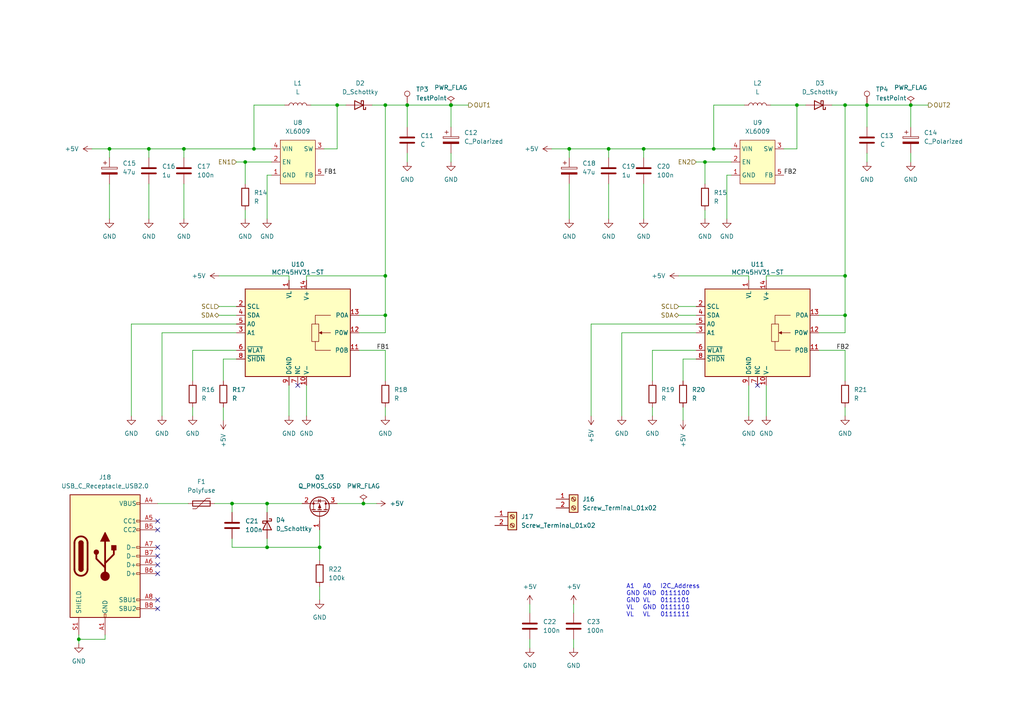
<source format=kicad_sch>
(kicad_sch (version 20211123) (generator eeschema)

  (uuid 74012f9c-57f0-452a-9ea1-1e3437e264b8)

  (paper "A4")

  (lib_symbols
    (symbol "Connector:Screw_Terminal_01x02" (pin_names (offset 1.016) hide) (in_bom yes) (on_board yes)
      (property "Reference" "J" (id 0) (at 0 2.54 0)
        (effects (font (size 1.27 1.27)))
      )
      (property "Value" "Screw_Terminal_01x02" (id 1) (at 0 -5.08 0)
        (effects (font (size 1.27 1.27)))
      )
      (property "Footprint" "" (id 2) (at 0 0 0)
        (effects (font (size 1.27 1.27)) hide)
      )
      (property "Datasheet" "~" (id 3) (at 0 0 0)
        (effects (font (size 1.27 1.27)) hide)
      )
      (property "ki_keywords" "screw terminal" (id 4) (at 0 0 0)
        (effects (font (size 1.27 1.27)) hide)
      )
      (property "ki_description" "Generic screw terminal, single row, 01x02, script generated (kicad-library-utils/schlib/autogen/connector/)" (id 5) (at 0 0 0)
        (effects (font (size 1.27 1.27)) hide)
      )
      (property "ki_fp_filters" "TerminalBlock*:*" (id 6) (at 0 0 0)
        (effects (font (size 1.27 1.27)) hide)
      )
      (symbol "Screw_Terminal_01x02_1_1"
        (rectangle (start -1.27 1.27) (end 1.27 -3.81)
          (stroke (width 0.254) (type default) (color 0 0 0 0))
          (fill (type background))
        )
        (circle (center 0 -2.54) (radius 0.635)
          (stroke (width 0.1524) (type default) (color 0 0 0 0))
          (fill (type none))
        )
        (polyline
          (pts
            (xy -0.5334 -2.2098)
            (xy 0.3302 -3.048)
          )
          (stroke (width 0.1524) (type default) (color 0 0 0 0))
          (fill (type none))
        )
        (polyline
          (pts
            (xy -0.5334 0.3302)
            (xy 0.3302 -0.508)
          )
          (stroke (width 0.1524) (type default) (color 0 0 0 0))
          (fill (type none))
        )
        (polyline
          (pts
            (xy -0.3556 -2.032)
            (xy 0.508 -2.8702)
          )
          (stroke (width 0.1524) (type default) (color 0 0 0 0))
          (fill (type none))
        )
        (polyline
          (pts
            (xy -0.3556 0.508)
            (xy 0.508 -0.3302)
          )
          (stroke (width 0.1524) (type default) (color 0 0 0 0))
          (fill (type none))
        )
        (circle (center 0 0) (radius 0.635)
          (stroke (width 0.1524) (type default) (color 0 0 0 0))
          (fill (type none))
        )
        (pin passive line (at -5.08 0 0) (length 3.81)
          (name "Pin_1" (effects (font (size 1.27 1.27))))
          (number "1" (effects (font (size 1.27 1.27))))
        )
        (pin passive line (at -5.08 -2.54 0) (length 3.81)
          (name "Pin_2" (effects (font (size 1.27 1.27))))
          (number "2" (effects (font (size 1.27 1.27))))
        )
      )
    )
    (symbol "Connector:TestPoint" (pin_numbers hide) (pin_names (offset 0.762) hide) (in_bom yes) (on_board yes)
      (property "Reference" "TP" (id 0) (at 0 6.858 0)
        (effects (font (size 1.27 1.27)))
      )
      (property "Value" "TestPoint" (id 1) (at 0 5.08 0)
        (effects (font (size 1.27 1.27)))
      )
      (property "Footprint" "" (id 2) (at 5.08 0 0)
        (effects (font (size 1.27 1.27)) hide)
      )
      (property "Datasheet" "~" (id 3) (at 5.08 0 0)
        (effects (font (size 1.27 1.27)) hide)
      )
      (property "ki_keywords" "test point tp" (id 4) (at 0 0 0)
        (effects (font (size 1.27 1.27)) hide)
      )
      (property "ki_description" "test point" (id 5) (at 0 0 0)
        (effects (font (size 1.27 1.27)) hide)
      )
      (property "ki_fp_filters" "Pin* Test*" (id 6) (at 0 0 0)
        (effects (font (size 1.27 1.27)) hide)
      )
      (symbol "TestPoint_0_1"
        (circle (center 0 3.302) (radius 0.762)
          (stroke (width 0) (type default) (color 0 0 0 0))
          (fill (type none))
        )
      )
      (symbol "TestPoint_1_1"
        (pin passive line (at 0 0 90) (length 2.54)
          (name "1" (effects (font (size 1.27 1.27))))
          (number "1" (effects (font (size 1.27 1.27))))
        )
      )
    )
    (symbol "Connector:USB_C_Receptacle_USB2.0" (pin_names (offset 1.016)) (in_bom yes) (on_board yes)
      (property "Reference" "J" (id 0) (at -10.16 19.05 0)
        (effects (font (size 1.27 1.27)) (justify left))
      )
      (property "Value" "USB_C_Receptacle_USB2.0" (id 1) (at 19.05 19.05 0)
        (effects (font (size 1.27 1.27)) (justify right))
      )
      (property "Footprint" "" (id 2) (at 3.81 0 0)
        (effects (font (size 1.27 1.27)) hide)
      )
      (property "Datasheet" "https://www.usb.org/sites/default/files/documents/usb_type-c.zip" (id 3) (at 3.81 0 0)
        (effects (font (size 1.27 1.27)) hide)
      )
      (property "ki_keywords" "usb universal serial bus type-C USB2.0" (id 4) (at 0 0 0)
        (effects (font (size 1.27 1.27)) hide)
      )
      (property "ki_description" "USB 2.0-only Type-C Receptacle connector" (id 5) (at 0 0 0)
        (effects (font (size 1.27 1.27)) hide)
      )
      (property "ki_fp_filters" "USB*C*Receptacle*" (id 6) (at 0 0 0)
        (effects (font (size 1.27 1.27)) hide)
      )
      (symbol "USB_C_Receptacle_USB2.0_0_0"
        (rectangle (start -0.254 -17.78) (end 0.254 -16.764)
          (stroke (width 0) (type default) (color 0 0 0 0))
          (fill (type none))
        )
        (rectangle (start 10.16 -14.986) (end 9.144 -15.494)
          (stroke (width 0) (type default) (color 0 0 0 0))
          (fill (type none))
        )
        (rectangle (start 10.16 -12.446) (end 9.144 -12.954)
          (stroke (width 0) (type default) (color 0 0 0 0))
          (fill (type none))
        )
        (rectangle (start 10.16 -4.826) (end 9.144 -5.334)
          (stroke (width 0) (type default) (color 0 0 0 0))
          (fill (type none))
        )
        (rectangle (start 10.16 -2.286) (end 9.144 -2.794)
          (stroke (width 0) (type default) (color 0 0 0 0))
          (fill (type none))
        )
        (rectangle (start 10.16 0.254) (end 9.144 -0.254)
          (stroke (width 0) (type default) (color 0 0 0 0))
          (fill (type none))
        )
        (rectangle (start 10.16 2.794) (end 9.144 2.286)
          (stroke (width 0) (type default) (color 0 0 0 0))
          (fill (type none))
        )
        (rectangle (start 10.16 7.874) (end 9.144 7.366)
          (stroke (width 0) (type default) (color 0 0 0 0))
          (fill (type none))
        )
        (rectangle (start 10.16 10.414) (end 9.144 9.906)
          (stroke (width 0) (type default) (color 0 0 0 0))
          (fill (type none))
        )
        (rectangle (start 10.16 15.494) (end 9.144 14.986)
          (stroke (width 0) (type default) (color 0 0 0 0))
          (fill (type none))
        )
      )
      (symbol "USB_C_Receptacle_USB2.0_0_1"
        (rectangle (start -10.16 17.78) (end 10.16 -17.78)
          (stroke (width 0.254) (type default) (color 0 0 0 0))
          (fill (type background))
        )
        (arc (start -8.89 -3.81) (mid -6.985 -5.715) (end -5.08 -3.81)
          (stroke (width 0.508) (type default) (color 0 0 0 0))
          (fill (type none))
        )
        (arc (start -7.62 -3.81) (mid -6.985 -4.445) (end -6.35 -3.81)
          (stroke (width 0.254) (type default) (color 0 0 0 0))
          (fill (type none))
        )
        (arc (start -7.62 -3.81) (mid -6.985 -4.445) (end -6.35 -3.81)
          (stroke (width 0.254) (type default) (color 0 0 0 0))
          (fill (type outline))
        )
        (rectangle (start -7.62 -3.81) (end -6.35 3.81)
          (stroke (width 0.254) (type default) (color 0 0 0 0))
          (fill (type outline))
        )
        (arc (start -6.35 3.81) (mid -6.985 4.445) (end -7.62 3.81)
          (stroke (width 0.254) (type default) (color 0 0 0 0))
          (fill (type none))
        )
        (arc (start -6.35 3.81) (mid -6.985 4.445) (end -7.62 3.81)
          (stroke (width 0.254) (type default) (color 0 0 0 0))
          (fill (type outline))
        )
        (arc (start -5.08 3.81) (mid -6.985 5.715) (end -8.89 3.81)
          (stroke (width 0.508) (type default) (color 0 0 0 0))
          (fill (type none))
        )
        (circle (center -2.54 1.143) (radius 0.635)
          (stroke (width 0.254) (type default) (color 0 0 0 0))
          (fill (type outline))
        )
        (circle (center 0 -5.842) (radius 1.27)
          (stroke (width 0) (type default) (color 0 0 0 0))
          (fill (type outline))
        )
        (polyline
          (pts
            (xy -8.89 -3.81)
            (xy -8.89 3.81)
          )
          (stroke (width 0.508) (type default) (color 0 0 0 0))
          (fill (type none))
        )
        (polyline
          (pts
            (xy -5.08 3.81)
            (xy -5.08 -3.81)
          )
          (stroke (width 0.508) (type default) (color 0 0 0 0))
          (fill (type none))
        )
        (polyline
          (pts
            (xy 0 -5.842)
            (xy 0 4.318)
          )
          (stroke (width 0.508) (type default) (color 0 0 0 0))
          (fill (type none))
        )
        (polyline
          (pts
            (xy 0 -3.302)
            (xy -2.54 -0.762)
            (xy -2.54 0.508)
          )
          (stroke (width 0.508) (type default) (color 0 0 0 0))
          (fill (type none))
        )
        (polyline
          (pts
            (xy 0 -2.032)
            (xy 2.54 0.508)
            (xy 2.54 1.778)
          )
          (stroke (width 0.508) (type default) (color 0 0 0 0))
          (fill (type none))
        )
        (polyline
          (pts
            (xy -1.27 4.318)
            (xy 0 6.858)
            (xy 1.27 4.318)
            (xy -1.27 4.318)
          )
          (stroke (width 0.254) (type default) (color 0 0 0 0))
          (fill (type outline))
        )
        (rectangle (start 1.905 1.778) (end 3.175 3.048)
          (stroke (width 0.254) (type default) (color 0 0 0 0))
          (fill (type outline))
        )
      )
      (symbol "USB_C_Receptacle_USB2.0_1_1"
        (pin passive line (at 0 -22.86 90) (length 5.08)
          (name "GND" (effects (font (size 1.27 1.27))))
          (number "A1" (effects (font (size 1.27 1.27))))
        )
        (pin passive line (at 0 -22.86 90) (length 5.08) hide
          (name "GND" (effects (font (size 1.27 1.27))))
          (number "A12" (effects (font (size 1.27 1.27))))
        )
        (pin passive line (at 15.24 15.24 180) (length 5.08)
          (name "VBUS" (effects (font (size 1.27 1.27))))
          (number "A4" (effects (font (size 1.27 1.27))))
        )
        (pin bidirectional line (at 15.24 10.16 180) (length 5.08)
          (name "CC1" (effects (font (size 1.27 1.27))))
          (number "A5" (effects (font (size 1.27 1.27))))
        )
        (pin bidirectional line (at 15.24 -2.54 180) (length 5.08)
          (name "D+" (effects (font (size 1.27 1.27))))
          (number "A6" (effects (font (size 1.27 1.27))))
        )
        (pin bidirectional line (at 15.24 2.54 180) (length 5.08)
          (name "D-" (effects (font (size 1.27 1.27))))
          (number "A7" (effects (font (size 1.27 1.27))))
        )
        (pin bidirectional line (at 15.24 -12.7 180) (length 5.08)
          (name "SBU1" (effects (font (size 1.27 1.27))))
          (number "A8" (effects (font (size 1.27 1.27))))
        )
        (pin passive line (at 15.24 15.24 180) (length 5.08) hide
          (name "VBUS" (effects (font (size 1.27 1.27))))
          (number "A9" (effects (font (size 1.27 1.27))))
        )
        (pin passive line (at 0 -22.86 90) (length 5.08) hide
          (name "GND" (effects (font (size 1.27 1.27))))
          (number "B1" (effects (font (size 1.27 1.27))))
        )
        (pin passive line (at 0 -22.86 90) (length 5.08) hide
          (name "GND" (effects (font (size 1.27 1.27))))
          (number "B12" (effects (font (size 1.27 1.27))))
        )
        (pin passive line (at 15.24 15.24 180) (length 5.08) hide
          (name "VBUS" (effects (font (size 1.27 1.27))))
          (number "B4" (effects (font (size 1.27 1.27))))
        )
        (pin bidirectional line (at 15.24 7.62 180) (length 5.08)
          (name "CC2" (effects (font (size 1.27 1.27))))
          (number "B5" (effects (font (size 1.27 1.27))))
        )
        (pin bidirectional line (at 15.24 -5.08 180) (length 5.08)
          (name "D+" (effects (font (size 1.27 1.27))))
          (number "B6" (effects (font (size 1.27 1.27))))
        )
        (pin bidirectional line (at 15.24 0 180) (length 5.08)
          (name "D-" (effects (font (size 1.27 1.27))))
          (number "B7" (effects (font (size 1.27 1.27))))
        )
        (pin bidirectional line (at 15.24 -15.24 180) (length 5.08)
          (name "SBU2" (effects (font (size 1.27 1.27))))
          (number "B8" (effects (font (size 1.27 1.27))))
        )
        (pin passive line (at 15.24 15.24 180) (length 5.08) hide
          (name "VBUS" (effects (font (size 1.27 1.27))))
          (number "B9" (effects (font (size 1.27 1.27))))
        )
        (pin passive line (at -7.62 -22.86 90) (length 5.08)
          (name "SHIELD" (effects (font (size 1.27 1.27))))
          (number "S1" (effects (font (size 1.27 1.27))))
        )
      )
    )
    (symbol "Device:C" (pin_numbers hide) (pin_names (offset 0.254)) (in_bom yes) (on_board yes)
      (property "Reference" "C" (id 0) (at 0.635 2.54 0)
        (effects (font (size 1.27 1.27)) (justify left))
      )
      (property "Value" "C" (id 1) (at 0.635 -2.54 0)
        (effects (font (size 1.27 1.27)) (justify left))
      )
      (property "Footprint" "" (id 2) (at 0.9652 -3.81 0)
        (effects (font (size 1.27 1.27)) hide)
      )
      (property "Datasheet" "~" (id 3) (at 0 0 0)
        (effects (font (size 1.27 1.27)) hide)
      )
      (property "ki_keywords" "cap capacitor" (id 4) (at 0 0 0)
        (effects (font (size 1.27 1.27)) hide)
      )
      (property "ki_description" "Unpolarized capacitor" (id 5) (at 0 0 0)
        (effects (font (size 1.27 1.27)) hide)
      )
      (property "ki_fp_filters" "C_*" (id 6) (at 0 0 0)
        (effects (font (size 1.27 1.27)) hide)
      )
      (symbol "C_0_1"
        (polyline
          (pts
            (xy -2.032 -0.762)
            (xy 2.032 -0.762)
          )
          (stroke (width 0.508) (type default) (color 0 0 0 0))
          (fill (type none))
        )
        (polyline
          (pts
            (xy -2.032 0.762)
            (xy 2.032 0.762)
          )
          (stroke (width 0.508) (type default) (color 0 0 0 0))
          (fill (type none))
        )
      )
      (symbol "C_1_1"
        (pin passive line (at 0 3.81 270) (length 2.794)
          (name "~" (effects (font (size 1.27 1.27))))
          (number "1" (effects (font (size 1.27 1.27))))
        )
        (pin passive line (at 0 -3.81 90) (length 2.794)
          (name "~" (effects (font (size 1.27 1.27))))
          (number "2" (effects (font (size 1.27 1.27))))
        )
      )
    )
    (symbol "Device:C_Polarized" (pin_numbers hide) (pin_names (offset 0.254)) (in_bom yes) (on_board yes)
      (property "Reference" "C" (id 0) (at 0.635 2.54 0)
        (effects (font (size 1.27 1.27)) (justify left))
      )
      (property "Value" "C_Polarized" (id 1) (at 0.635 -2.54 0)
        (effects (font (size 1.27 1.27)) (justify left))
      )
      (property "Footprint" "" (id 2) (at 0.9652 -3.81 0)
        (effects (font (size 1.27 1.27)) hide)
      )
      (property "Datasheet" "~" (id 3) (at 0 0 0)
        (effects (font (size 1.27 1.27)) hide)
      )
      (property "ki_keywords" "cap capacitor" (id 4) (at 0 0 0)
        (effects (font (size 1.27 1.27)) hide)
      )
      (property "ki_description" "Polarized capacitor" (id 5) (at 0 0 0)
        (effects (font (size 1.27 1.27)) hide)
      )
      (property "ki_fp_filters" "CP_*" (id 6) (at 0 0 0)
        (effects (font (size 1.27 1.27)) hide)
      )
      (symbol "C_Polarized_0_1"
        (rectangle (start -2.286 0.508) (end 2.286 1.016)
          (stroke (width 0) (type default) (color 0 0 0 0))
          (fill (type none))
        )
        (polyline
          (pts
            (xy -1.778 2.286)
            (xy -0.762 2.286)
          )
          (stroke (width 0) (type default) (color 0 0 0 0))
          (fill (type none))
        )
        (polyline
          (pts
            (xy -1.27 2.794)
            (xy -1.27 1.778)
          )
          (stroke (width 0) (type default) (color 0 0 0 0))
          (fill (type none))
        )
        (rectangle (start 2.286 -0.508) (end -2.286 -1.016)
          (stroke (width 0) (type default) (color 0 0 0 0))
          (fill (type outline))
        )
      )
      (symbol "C_Polarized_1_1"
        (pin passive line (at 0 3.81 270) (length 2.794)
          (name "~" (effects (font (size 1.27 1.27))))
          (number "1" (effects (font (size 1.27 1.27))))
        )
        (pin passive line (at 0 -3.81 90) (length 2.794)
          (name "~" (effects (font (size 1.27 1.27))))
          (number "2" (effects (font (size 1.27 1.27))))
        )
      )
    )
    (symbol "Device:D_Schottky" (pin_numbers hide) (pin_names (offset 1.016) hide) (in_bom yes) (on_board yes)
      (property "Reference" "D" (id 0) (at 0 2.54 0)
        (effects (font (size 1.27 1.27)))
      )
      (property "Value" "D_Schottky" (id 1) (at 0 -2.54 0)
        (effects (font (size 1.27 1.27)))
      )
      (property "Footprint" "" (id 2) (at 0 0 0)
        (effects (font (size 1.27 1.27)) hide)
      )
      (property "Datasheet" "~" (id 3) (at 0 0 0)
        (effects (font (size 1.27 1.27)) hide)
      )
      (property "ki_keywords" "diode Schottky" (id 4) (at 0 0 0)
        (effects (font (size 1.27 1.27)) hide)
      )
      (property "ki_description" "Schottky diode" (id 5) (at 0 0 0)
        (effects (font (size 1.27 1.27)) hide)
      )
      (property "ki_fp_filters" "TO-???* *_Diode_* *SingleDiode* D_*" (id 6) (at 0 0 0)
        (effects (font (size 1.27 1.27)) hide)
      )
      (symbol "D_Schottky_0_1"
        (polyline
          (pts
            (xy 1.27 0)
            (xy -1.27 0)
          )
          (stroke (width 0) (type default) (color 0 0 0 0))
          (fill (type none))
        )
        (polyline
          (pts
            (xy 1.27 1.27)
            (xy 1.27 -1.27)
            (xy -1.27 0)
            (xy 1.27 1.27)
          )
          (stroke (width 0.254) (type default) (color 0 0 0 0))
          (fill (type none))
        )
        (polyline
          (pts
            (xy -1.905 0.635)
            (xy -1.905 1.27)
            (xy -1.27 1.27)
            (xy -1.27 -1.27)
            (xy -0.635 -1.27)
            (xy -0.635 -0.635)
          )
          (stroke (width 0.254) (type default) (color 0 0 0 0))
          (fill (type none))
        )
      )
      (symbol "D_Schottky_1_1"
        (pin passive line (at -3.81 0 0) (length 2.54)
          (name "K" (effects (font (size 1.27 1.27))))
          (number "1" (effects (font (size 1.27 1.27))))
        )
        (pin passive line (at 3.81 0 180) (length 2.54)
          (name "A" (effects (font (size 1.27 1.27))))
          (number "2" (effects (font (size 1.27 1.27))))
        )
      )
    )
    (symbol "Device:L" (pin_numbers hide) (pin_names (offset 1.016) hide) (in_bom yes) (on_board yes)
      (property "Reference" "L" (id 0) (at -1.27 0 90)
        (effects (font (size 1.27 1.27)))
      )
      (property "Value" "L" (id 1) (at 1.905 0 90)
        (effects (font (size 1.27 1.27)))
      )
      (property "Footprint" "" (id 2) (at 0 0 0)
        (effects (font (size 1.27 1.27)) hide)
      )
      (property "Datasheet" "~" (id 3) (at 0 0 0)
        (effects (font (size 1.27 1.27)) hide)
      )
      (property "ki_keywords" "inductor choke coil reactor magnetic" (id 4) (at 0 0 0)
        (effects (font (size 1.27 1.27)) hide)
      )
      (property "ki_description" "Inductor" (id 5) (at 0 0 0)
        (effects (font (size 1.27 1.27)) hide)
      )
      (property "ki_fp_filters" "Choke_* *Coil* Inductor_* L_*" (id 6) (at 0 0 0)
        (effects (font (size 1.27 1.27)) hide)
      )
      (symbol "L_0_1"
        (arc (start 0 -2.54) (mid 0.635 -1.905) (end 0 -1.27)
          (stroke (width 0) (type default) (color 0 0 0 0))
          (fill (type none))
        )
        (arc (start 0 -1.27) (mid 0.635 -0.635) (end 0 0)
          (stroke (width 0) (type default) (color 0 0 0 0))
          (fill (type none))
        )
        (arc (start 0 0) (mid 0.635 0.635) (end 0 1.27)
          (stroke (width 0) (type default) (color 0 0 0 0))
          (fill (type none))
        )
        (arc (start 0 1.27) (mid 0.635 1.905) (end 0 2.54)
          (stroke (width 0) (type default) (color 0 0 0 0))
          (fill (type none))
        )
      )
      (symbol "L_1_1"
        (pin passive line (at 0 3.81 270) (length 1.27)
          (name "1" (effects (font (size 1.27 1.27))))
          (number "1" (effects (font (size 1.27 1.27))))
        )
        (pin passive line (at 0 -3.81 90) (length 1.27)
          (name "2" (effects (font (size 1.27 1.27))))
          (number "2" (effects (font (size 1.27 1.27))))
        )
      )
    )
    (symbol "Device:Polyfuse" (pin_numbers hide) (pin_names (offset 0)) (in_bom yes) (on_board yes)
      (property "Reference" "F" (id 0) (at -2.54 0 90)
        (effects (font (size 1.27 1.27)))
      )
      (property "Value" "Polyfuse" (id 1) (at 2.54 0 90)
        (effects (font (size 1.27 1.27)))
      )
      (property "Footprint" "" (id 2) (at 1.27 -5.08 0)
        (effects (font (size 1.27 1.27)) (justify left) hide)
      )
      (property "Datasheet" "~" (id 3) (at 0 0 0)
        (effects (font (size 1.27 1.27)) hide)
      )
      (property "ki_keywords" "resettable fuse PTC PPTC polyfuse polyswitch" (id 4) (at 0 0 0)
        (effects (font (size 1.27 1.27)) hide)
      )
      (property "ki_description" "Resettable fuse, polymeric positive temperature coefficient" (id 5) (at 0 0 0)
        (effects (font (size 1.27 1.27)) hide)
      )
      (property "ki_fp_filters" "*polyfuse* *PTC*" (id 6) (at 0 0 0)
        (effects (font (size 1.27 1.27)) hide)
      )
      (symbol "Polyfuse_0_1"
        (rectangle (start -0.762 2.54) (end 0.762 -2.54)
          (stroke (width 0.254) (type default) (color 0 0 0 0))
          (fill (type none))
        )
        (polyline
          (pts
            (xy 0 2.54)
            (xy 0 -2.54)
          )
          (stroke (width 0) (type default) (color 0 0 0 0))
          (fill (type none))
        )
        (polyline
          (pts
            (xy -1.524 2.54)
            (xy -1.524 1.524)
            (xy 1.524 -1.524)
            (xy 1.524 -2.54)
          )
          (stroke (width 0) (type default) (color 0 0 0 0))
          (fill (type none))
        )
      )
      (symbol "Polyfuse_1_1"
        (pin passive line (at 0 3.81 270) (length 1.27)
          (name "~" (effects (font (size 1.27 1.27))))
          (number "1" (effects (font (size 1.27 1.27))))
        )
        (pin passive line (at 0 -3.81 90) (length 1.27)
          (name "~" (effects (font (size 1.27 1.27))))
          (number "2" (effects (font (size 1.27 1.27))))
        )
      )
    )
    (symbol "Device:Q_PMOS_GSD" (pin_names (offset 0) hide) (in_bom yes) (on_board yes)
      (property "Reference" "Q" (id 0) (at 5.08 1.27 0)
        (effects (font (size 1.27 1.27)) (justify left))
      )
      (property "Value" "Q_PMOS_GSD" (id 1) (at 5.08 -1.27 0)
        (effects (font (size 1.27 1.27)) (justify left))
      )
      (property "Footprint" "" (id 2) (at 5.08 2.54 0)
        (effects (font (size 1.27 1.27)) hide)
      )
      (property "Datasheet" "~" (id 3) (at 0 0 0)
        (effects (font (size 1.27 1.27)) hide)
      )
      (property "ki_keywords" "transistor PMOS P-MOS P-MOSFET" (id 4) (at 0 0 0)
        (effects (font (size 1.27 1.27)) hide)
      )
      (property "ki_description" "P-MOSFET transistor, gate/source/drain" (id 5) (at 0 0 0)
        (effects (font (size 1.27 1.27)) hide)
      )
      (symbol "Q_PMOS_GSD_0_1"
        (polyline
          (pts
            (xy 0.254 0)
            (xy -2.54 0)
          )
          (stroke (width 0) (type default) (color 0 0 0 0))
          (fill (type none))
        )
        (polyline
          (pts
            (xy 0.254 1.905)
            (xy 0.254 -1.905)
          )
          (stroke (width 0.254) (type default) (color 0 0 0 0))
          (fill (type none))
        )
        (polyline
          (pts
            (xy 0.762 -1.27)
            (xy 0.762 -2.286)
          )
          (stroke (width 0.254) (type default) (color 0 0 0 0))
          (fill (type none))
        )
        (polyline
          (pts
            (xy 0.762 0.508)
            (xy 0.762 -0.508)
          )
          (stroke (width 0.254) (type default) (color 0 0 0 0))
          (fill (type none))
        )
        (polyline
          (pts
            (xy 0.762 2.286)
            (xy 0.762 1.27)
          )
          (stroke (width 0.254) (type default) (color 0 0 0 0))
          (fill (type none))
        )
        (polyline
          (pts
            (xy 2.54 2.54)
            (xy 2.54 1.778)
          )
          (stroke (width 0) (type default) (color 0 0 0 0))
          (fill (type none))
        )
        (polyline
          (pts
            (xy 2.54 -2.54)
            (xy 2.54 0)
            (xy 0.762 0)
          )
          (stroke (width 0) (type default) (color 0 0 0 0))
          (fill (type none))
        )
        (polyline
          (pts
            (xy 0.762 1.778)
            (xy 3.302 1.778)
            (xy 3.302 -1.778)
            (xy 0.762 -1.778)
          )
          (stroke (width 0) (type default) (color 0 0 0 0))
          (fill (type none))
        )
        (polyline
          (pts
            (xy 2.286 0)
            (xy 1.27 0.381)
            (xy 1.27 -0.381)
            (xy 2.286 0)
          )
          (stroke (width 0) (type default) (color 0 0 0 0))
          (fill (type outline))
        )
        (polyline
          (pts
            (xy 2.794 -0.508)
            (xy 2.921 -0.381)
            (xy 3.683 -0.381)
            (xy 3.81 -0.254)
          )
          (stroke (width 0) (type default) (color 0 0 0 0))
          (fill (type none))
        )
        (polyline
          (pts
            (xy 3.302 -0.381)
            (xy 2.921 0.254)
            (xy 3.683 0.254)
            (xy 3.302 -0.381)
          )
          (stroke (width 0) (type default) (color 0 0 0 0))
          (fill (type none))
        )
        (circle (center 1.651 0) (radius 2.794)
          (stroke (width 0.254) (type default) (color 0 0 0 0))
          (fill (type none))
        )
        (circle (center 2.54 -1.778) (radius 0.254)
          (stroke (width 0) (type default) (color 0 0 0 0))
          (fill (type outline))
        )
        (circle (center 2.54 1.778) (radius 0.254)
          (stroke (width 0) (type default) (color 0 0 0 0))
          (fill (type outline))
        )
      )
      (symbol "Q_PMOS_GSD_1_1"
        (pin input line (at -5.08 0 0) (length 2.54)
          (name "G" (effects (font (size 1.27 1.27))))
          (number "1" (effects (font (size 1.27 1.27))))
        )
        (pin passive line (at 2.54 -5.08 90) (length 2.54)
          (name "S" (effects (font (size 1.27 1.27))))
          (number "2" (effects (font (size 1.27 1.27))))
        )
        (pin passive line (at 2.54 5.08 270) (length 2.54)
          (name "D" (effects (font (size 1.27 1.27))))
          (number "3" (effects (font (size 1.27 1.27))))
        )
      )
    )
    (symbol "Device:R" (pin_numbers hide) (pin_names (offset 0)) (in_bom yes) (on_board yes)
      (property "Reference" "R" (id 0) (at 2.032 0 90)
        (effects (font (size 1.27 1.27)))
      )
      (property "Value" "R" (id 1) (at 0 0 90)
        (effects (font (size 1.27 1.27)))
      )
      (property "Footprint" "" (id 2) (at -1.778 0 90)
        (effects (font (size 1.27 1.27)) hide)
      )
      (property "Datasheet" "~" (id 3) (at 0 0 0)
        (effects (font (size 1.27 1.27)) hide)
      )
      (property "ki_keywords" "R res resistor" (id 4) (at 0 0 0)
        (effects (font (size 1.27 1.27)) hide)
      )
      (property "ki_description" "Resistor" (id 5) (at 0 0 0)
        (effects (font (size 1.27 1.27)) hide)
      )
      (property "ki_fp_filters" "R_*" (id 6) (at 0 0 0)
        (effects (font (size 1.27 1.27)) hide)
      )
      (symbol "R_0_1"
        (rectangle (start -1.016 -2.54) (end 1.016 2.54)
          (stroke (width 0.254) (type default) (color 0 0 0 0))
          (fill (type none))
        )
      )
      (symbol "R_1_1"
        (pin passive line (at 0 3.81 270) (length 1.27)
          (name "~" (effects (font (size 1.27 1.27))))
          (number "1" (effects (font (size 1.27 1.27))))
        )
        (pin passive line (at 0 -3.81 90) (length 1.27)
          (name "~" (effects (font (size 1.27 1.27))))
          (number "2" (effects (font (size 1.27 1.27))))
        )
      )
    )
    (symbol "Potentiometer_Digital:MCP45HV31-ST" (in_bom yes) (on_board yes)
      (property "Reference" "U" (id 0) (at -13.97 13.97 0)
        (effects (font (size 1.27 1.27)))
      )
      (property "Value" "MCP45HV31-ST" (id 1) (at 11.43 13.97 0)
        (effects (font (size 1.27 1.27)))
      )
      (property "Footprint" "Package_SO:TSSOP-14_4.4x5mm_P0.65mm" (id 2) (at 27.94 -13.97 0)
        (effects (font (size 1.27 1.27)) hide)
      )
      (property "Datasheet" "http://ww1.microchip.com/downloads/en/DeviceDoc/20005304A.pdf" (id 3) (at -13.97 11.43 0)
        (effects (font (size 1.27 1.27)) hide)
      )
      (property "ki_keywords" "I2C Potentiometer pot digital" (id 4) (at 0 0 0)
        (effects (font (size 1.27 1.27)) hide)
      )
      (property "ki_description" "7/8-bit single +36V (+/-18V) digital pot, I2C serial interface, volatile memory, TSSOP-14" (id 5) (at 0 0 0)
        (effects (font (size 1.27 1.27)) hide)
      )
      (property "ki_fp_filters" "TSSOP*4.4x5mm*P0.65mm*" (id 6) (at 0 0 0)
        (effects (font (size 1.27 1.27)) hide)
      )
      (symbol "MCP45HV31-ST_0_1"
        (polyline
          (pts
            (xy 9.525 0)
            (xy 6.223 0)
          )
          (stroke (width 0) (type default) (color 0 0 0 0))
          (fill (type none))
        )
        (polyline
          (pts
            (xy 5.08 -2.54)
            (xy 5.08 -5.08)
            (xy 9.525 -5.08)
          )
          (stroke (width 0) (type default) (color 0 0 0 0))
          (fill (type none))
        )
        (polyline
          (pts
            (xy 5.08 2.54)
            (xy 5.08 5.08)
            (xy 9.525 5.08)
          )
          (stroke (width 0) (type default) (color 0 0 0 0))
          (fill (type none))
        )
        (polyline
          (pts
            (xy 6.223 0)
            (xy 6.985 0.381)
            (xy 6.985 -0.381)
            (xy 6.223 0)
          )
          (stroke (width 0) (type default) (color 0 0 0 0))
          (fill (type outline))
        )
        (polyline
          (pts
            (xy 6.096 2.54)
            (xy 4.064 2.54)
            (xy 4.064 -2.54)
            (xy 6.096 -2.54)
            (xy 6.096 2.54)
          )
          (stroke (width 0) (type default) (color 0 0 0 0))
          (fill (type none))
        )
      )
      (symbol "MCP45HV31-ST_1_1"
        (rectangle (start -15.24 12.7) (end 15.24 -12.7)
          (stroke (width 0.254) (type default) (color 0 0 0 0))
          (fill (type background))
        )
        (pin power_in line (at -2.54 15.24 270) (length 2.54)
          (name "VL" (effects (font (size 1.27 1.27))))
          (number "1" (effects (font (size 1.27 1.27))))
        )
        (pin power_in line (at 2.54 -15.24 90) (length 2.54)
          (name "V-" (effects (font (size 1.27 1.27))))
          (number "10" (effects (font (size 1.27 1.27))))
        )
        (pin passive line (at 17.78 -5.08 180) (length 2.54)
          (name "P0B" (effects (font (size 1.27 1.27))))
          (number "11" (effects (font (size 1.27 1.27))))
        )
        (pin passive line (at 17.78 0 180) (length 2.54)
          (name "P0W" (effects (font (size 1.27 1.27))))
          (number "12" (effects (font (size 1.27 1.27))))
        )
        (pin passive line (at 17.78 5.08 180) (length 2.54)
          (name "P0A" (effects (font (size 1.27 1.27))))
          (number "13" (effects (font (size 1.27 1.27))))
        )
        (pin power_in line (at 2.54 15.24 270) (length 2.54)
          (name "V+" (effects (font (size 1.27 1.27))))
          (number "14" (effects (font (size 1.27 1.27))))
        )
        (pin input line (at -17.78 7.62 0) (length 2.54)
          (name "SCL" (effects (font (size 1.27 1.27))))
          (number "2" (effects (font (size 1.27 1.27))))
        )
        (pin input line (at -17.78 0 0) (length 2.54)
          (name "A1" (effects (font (size 1.27 1.27))))
          (number "3" (effects (font (size 1.27 1.27))))
        )
        (pin bidirectional line (at -17.78 5.08 0) (length 2.54)
          (name "SDA" (effects (font (size 1.27 1.27))))
          (number "4" (effects (font (size 1.27 1.27))))
        )
        (pin input line (at -17.78 2.54 0) (length 2.54)
          (name "A0" (effects (font (size 1.27 1.27))))
          (number "5" (effects (font (size 1.27 1.27))))
        )
        (pin input line (at -17.78 -5.08 0) (length 2.54)
          (name "~{WLAT}" (effects (font (size 1.27 1.27))))
          (number "6" (effects (font (size 1.27 1.27))))
        )
        (pin passive line (at 0 -15.24 90) (length 2.54)
          (name "NC" (effects (font (size 1.27 1.27))))
          (number "7" (effects (font (size 1.27 1.27))))
        )
        (pin input line (at -17.78 -7.62 0) (length 2.54)
          (name "~{SHDN}" (effects (font (size 1.27 1.27))))
          (number "8" (effects (font (size 1.27 1.27))))
        )
        (pin power_in line (at -2.54 -15.24 90) (length 2.54)
          (name "DGND" (effects (font (size 1.27 1.27))))
          (number "9" (effects (font (size 1.27 1.27))))
        )
      )
    )
    (symbol "XL6009:XL6009" (in_bom yes) (on_board yes)
      (property "Reference" "U" (id 0) (at 0 10.16 0)
        (effects (font (size 1.27 1.27)))
      )
      (property "Value" "XL6009" (id 1) (at 0 7.62 0)
        (effects (font (size 1.27 1.27)))
      )
      (property "Footprint" "" (id 2) (at 0 6.35 0)
        (effects (font (size 1.27 1.27)) hide)
      )
      (property "Datasheet" "" (id 3) (at 0 6.35 0)
        (effects (font (size 1.27 1.27)) hide)
      )
      (symbol "XL6009_0_1"
        (rectangle (start -5.08 6.35) (end 5.08 -6.35)
          (stroke (width 0) (type default) (color 0 0 0 0))
          (fill (type background))
        )
      )
      (symbol "XL6009_1_1"
        (pin input line (at -7.62 -3.81 0) (length 2.54)
          (name "GND" (effects (font (size 1.27 1.27))))
          (number "1" (effects (font (size 1.27 1.27))))
        )
        (pin input line (at -7.62 0 0) (length 2.54)
          (name "EN" (effects (font (size 1.27 1.27))))
          (number "2" (effects (font (size 1.27 1.27))))
        )
        (pin bidirectional line (at 7.62 3.81 180) (length 2.54)
          (name "SW" (effects (font (size 1.27 1.27))))
          (number "3" (effects (font (size 1.27 1.27))))
        )
        (pin input line (at -7.62 3.81 0) (length 2.54)
          (name "VIN" (effects (font (size 1.27 1.27))))
          (number "4" (effects (font (size 1.27 1.27))))
        )
        (pin input line (at 7.62 -3.81 180) (length 2.54)
          (name "FB" (effects (font (size 1.27 1.27))))
          (number "5" (effects (font (size 1.27 1.27))))
        )
      )
    )
    (symbol "power:+5V" (power) (pin_names (offset 0)) (in_bom yes) (on_board yes)
      (property "Reference" "#PWR" (id 0) (at 0 -3.81 0)
        (effects (font (size 1.27 1.27)) hide)
      )
      (property "Value" "+5V" (id 1) (at 0 3.556 0)
        (effects (font (size 1.27 1.27)))
      )
      (property "Footprint" "" (id 2) (at 0 0 0)
        (effects (font (size 1.27 1.27)) hide)
      )
      (property "Datasheet" "" (id 3) (at 0 0 0)
        (effects (font (size 1.27 1.27)) hide)
      )
      (property "ki_keywords" "power-flag" (id 4) (at 0 0 0)
        (effects (font (size 1.27 1.27)) hide)
      )
      (property "ki_description" "Power symbol creates a global label with name \"+5V\"" (id 5) (at 0 0 0)
        (effects (font (size 1.27 1.27)) hide)
      )
      (symbol "+5V_0_1"
        (polyline
          (pts
            (xy -0.762 1.27)
            (xy 0 2.54)
          )
          (stroke (width 0) (type default) (color 0 0 0 0))
          (fill (type none))
        )
        (polyline
          (pts
            (xy 0 0)
            (xy 0 2.54)
          )
          (stroke (width 0) (type default) (color 0 0 0 0))
          (fill (type none))
        )
        (polyline
          (pts
            (xy 0 2.54)
            (xy 0.762 1.27)
          )
          (stroke (width 0) (type default) (color 0 0 0 0))
          (fill (type none))
        )
      )
      (symbol "+5V_1_1"
        (pin power_in line (at 0 0 90) (length 0) hide
          (name "+5V" (effects (font (size 1.27 1.27))))
          (number "1" (effects (font (size 1.27 1.27))))
        )
      )
    )
    (symbol "power:GND" (power) (pin_names (offset 0)) (in_bom yes) (on_board yes)
      (property "Reference" "#PWR" (id 0) (at 0 -6.35 0)
        (effects (font (size 1.27 1.27)) hide)
      )
      (property "Value" "GND" (id 1) (at 0 -3.81 0)
        (effects (font (size 1.27 1.27)))
      )
      (property "Footprint" "" (id 2) (at 0 0 0)
        (effects (font (size 1.27 1.27)) hide)
      )
      (property "Datasheet" "" (id 3) (at 0 0 0)
        (effects (font (size 1.27 1.27)) hide)
      )
      (property "ki_keywords" "power-flag" (id 4) (at 0 0 0)
        (effects (font (size 1.27 1.27)) hide)
      )
      (property "ki_description" "Power symbol creates a global label with name \"GND\" , ground" (id 5) (at 0 0 0)
        (effects (font (size 1.27 1.27)) hide)
      )
      (symbol "GND_0_1"
        (polyline
          (pts
            (xy 0 0)
            (xy 0 -1.27)
            (xy 1.27 -1.27)
            (xy 0 -2.54)
            (xy -1.27 -1.27)
            (xy 0 -1.27)
          )
          (stroke (width 0) (type default) (color 0 0 0 0))
          (fill (type none))
        )
      )
      (symbol "GND_1_1"
        (pin power_in line (at 0 0 270) (length 0) hide
          (name "GND" (effects (font (size 1.27 1.27))))
          (number "1" (effects (font (size 1.27 1.27))))
        )
      )
    )
    (symbol "power:PWR_FLAG" (power) (pin_numbers hide) (pin_names (offset 0) hide) (in_bom yes) (on_board yes)
      (property "Reference" "#FLG" (id 0) (at 0 1.905 0)
        (effects (font (size 1.27 1.27)) hide)
      )
      (property "Value" "PWR_FLAG" (id 1) (at 0 3.81 0)
        (effects (font (size 1.27 1.27)))
      )
      (property "Footprint" "" (id 2) (at 0 0 0)
        (effects (font (size 1.27 1.27)) hide)
      )
      (property "Datasheet" "~" (id 3) (at 0 0 0)
        (effects (font (size 1.27 1.27)) hide)
      )
      (property "ki_keywords" "power-flag" (id 4) (at 0 0 0)
        (effects (font (size 1.27 1.27)) hide)
      )
      (property "ki_description" "Special symbol for telling ERC where power comes from" (id 5) (at 0 0 0)
        (effects (font (size 1.27 1.27)) hide)
      )
      (symbol "PWR_FLAG_0_0"
        (pin power_out line (at 0 0 90) (length 0)
          (name "pwr" (effects (font (size 1.27 1.27))))
          (number "1" (effects (font (size 1.27 1.27))))
        )
      )
      (symbol "PWR_FLAG_0_1"
        (polyline
          (pts
            (xy 0 0)
            (xy 0 1.27)
            (xy -1.016 1.905)
            (xy 0 2.54)
            (xy 1.016 1.905)
            (xy 0 1.27)
          )
          (stroke (width 0) (type default) (color 0 0 0 0))
          (fill (type none))
        )
      )
    )
  )

  (junction (at 231.14 30.48) (diameter 0) (color 0 0 0 0)
    (uuid 00cd874c-22bd-4377-ab74-792eab67236d)
  )
  (junction (at 67.31 146.05) (diameter 0) (color 0 0 0 0)
    (uuid 072614f1-b43d-465c-b135-525de54bdbe7)
  )
  (junction (at 43.18 43.18) (diameter 0) (color 0 0 0 0)
    (uuid 168b25d9-f02e-4c47-bdcf-08a92dd7ef63)
  )
  (junction (at 204.47 46.99) (diameter 0) (color 0 0 0 0)
    (uuid 1f1c1f00-d763-4cb7-9cb6-82e297d9b79b)
  )
  (junction (at 118.11 30.48) (diameter 0) (color 0 0 0 0)
    (uuid 1f9c4853-9991-46d6-9327-b3ba1fb62c03)
  )
  (junction (at 22.86 185.42) (diameter 0) (color 0 0 0 0)
    (uuid 3cf7ff4e-6eda-4ad4-b405-c3a18b1dc0d3)
  )
  (junction (at 245.11 30.48) (diameter 0) (color 0 0 0 0)
    (uuid 5971d28d-7306-4f1a-8a23-1f243b9f3d1a)
  )
  (junction (at 264.16 30.48) (diameter 0) (color 0 0 0 0)
    (uuid 5b149bc6-3856-4b8c-a2b7-98b3e46666ca)
  )
  (junction (at 130.81 30.48) (diameter 0) (color 0 0 0 0)
    (uuid 7c54b979-1ffc-4e1c-af63-7202d651c4ce)
  )
  (junction (at 111.76 30.48) (diameter 0) (color 0 0 0 0)
    (uuid 7fcf4453-d9e2-45f2-af8e-634a63ab1447)
  )
  (junction (at 111.76 80.01) (diameter 0) (color 0 0 0 0)
    (uuid 88202f55-8fd7-495c-a9f7-aa931c9e8418)
  )
  (junction (at 245.11 91.44) (diameter 0) (color 0 0 0 0)
    (uuid 98f0fcab-2157-4bdf-a767-95ee7b29ed31)
  )
  (junction (at 53.34 43.18) (diameter 0) (color 0 0 0 0)
    (uuid 9e891be4-c6a4-40fc-918f-187def93d6c7)
  )
  (junction (at 251.46 30.48) (diameter 0) (color 0 0 0 0)
    (uuid 9fd97380-43e4-4a90-8eef-8e7b48d76a73)
  )
  (junction (at 71.12 46.99) (diameter 0) (color 0 0 0 0)
    (uuid a59d6daf-5e75-4d21-8079-30eb99043a9c)
  )
  (junction (at 111.76 91.44) (diameter 0) (color 0 0 0 0)
    (uuid abecda56-5b3c-4676-bb71-c31bbb8ea94c)
  )
  (junction (at 130.7841 30.48) (diameter 0) (color 0 0 0 0)
    (uuid acb5d888-032a-4b85-87ee-0fb6198e85b4)
  )
  (junction (at 176.53 43.18) (diameter 0) (color 0 0 0 0)
    (uuid b2dc1303-d6dd-4a48-9813-8cff83417c3d)
  )
  (junction (at 92.71 158.75) (diameter 0) (color 0 0 0 0)
    (uuid be942842-6ee0-41b9-b618-749a0da644a5)
  )
  (junction (at 77.47 146.05) (diameter 0) (color 0 0 0 0)
    (uuid c76c151c-acda-4664-8fd7-ba5c6ccc9167)
  )
  (junction (at 165.1 43.18) (diameter 0) (color 0 0 0 0)
    (uuid d0229863-ecfc-4745-a774-f7b836ea6514)
  )
  (junction (at 105.41 146.05) (diameter 0) (color 0 0 0 0)
    (uuid d1930d28-0482-4da4-90ff-716b59019d8a)
  )
  (junction (at 31.75 43.18) (diameter 0) (color 0 0 0 0)
    (uuid d345fc2e-e597-48eb-970e-51970b4296a9)
  )
  (junction (at 245.11 80.01) (diameter 0) (color 0 0 0 0)
    (uuid e594c448-bf2d-450e-aede-cfec7d5ec8f2)
  )
  (junction (at 73.66 43.18) (diameter 0) (color 0 0 0 0)
    (uuid e7e68850-3b33-4f7f-bb84-16e577226ca8)
  )
  (junction (at 207.01 43.18) (diameter 0) (color 0 0 0 0)
    (uuid e870946d-ee36-4cf4-89c3-2e13583ba944)
  )
  (junction (at 97.79 30.48) (diameter 0) (color 0 0 0 0)
    (uuid ead34520-2009-4d76-b024-ef3101837b16)
  )
  (junction (at 77.47 158.75) (diameter 0) (color 0 0 0 0)
    (uuid ee03a909-7328-4234-8152-944350a98610)
  )
  (junction (at 186.69 43.18) (diameter 0) (color 0 0 0 0)
    (uuid f825f604-db37-4f71-aeb2-a00e9bb18d4c)
  )

  (no_connect (at 219.71 111.76) (uuid 2262b87f-1013-4b08-bd1d-701c16459569))
  (no_connect (at 45.72 158.75) (uuid 2f65a144-0685-45bc-a2d2-ddd9ac54547c))
  (no_connect (at 45.72 161.29) (uuid 2f65a144-0685-45bc-a2d2-ddd9ac54547d))
  (no_connect (at 45.72 163.83) (uuid 2f65a144-0685-45bc-a2d2-ddd9ac54547e))
  (no_connect (at 45.72 166.37) (uuid 2f65a144-0685-45bc-a2d2-ddd9ac54547f))
  (no_connect (at 45.72 173.99) (uuid 2f65a144-0685-45bc-a2d2-ddd9ac545480))
  (no_connect (at 45.72 176.53) (uuid 2f65a144-0685-45bc-a2d2-ddd9ac545481))
  (no_connect (at 45.72 151.13) (uuid 2f65a144-0685-45bc-a2d2-ddd9ac545482))
  (no_connect (at 45.72 153.67) (uuid 2f65a144-0685-45bc-a2d2-ddd9ac545483))
  (no_connect (at 86.36 111.76) (uuid a5802a35-ad95-4a1c-ae53-9f40f9c4e23c))

  (wire (pts (xy 77.47 146.05) (xy 77.47 148.59))
    (stroke (width 0) (type default) (color 0 0 0 0))
    (uuid 005d13d9-2f63-4496-801f-7bf51a86fbdb)
  )
  (wire (pts (xy 64.77 118.11) (xy 64.77 121.92))
    (stroke (width 0) (type default) (color 0 0 0 0))
    (uuid 01823dc3-3d6e-4821-b433-b8b5b599e16e)
  )
  (wire (pts (xy 201.93 104.14) (xy 198.12 104.14))
    (stroke (width 0) (type default) (color 0 0 0 0))
    (uuid 025aa94a-8a09-4486-a196-6e1670159b7c)
  )
  (wire (pts (xy 204.47 46.99) (xy 212.09 46.99))
    (stroke (width 0) (type default) (color 0 0 0 0))
    (uuid 02ae4548-6fb1-4eb1-9587-3270281f0772)
  )
  (wire (pts (xy 55.88 118.11) (xy 55.88 120.65))
    (stroke (width 0) (type default) (color 0 0 0 0))
    (uuid 04f2b764-c7af-4d1c-91ee-5523f1236b8c)
  )
  (wire (pts (xy 78.74 50.8) (xy 77.47 50.8))
    (stroke (width 0) (type default) (color 0 0 0 0))
    (uuid 05e5995c-41d0-4140-a065-87a7cce51eeb)
  )
  (wire (pts (xy 264.16 44.45) (xy 264.16 46.99))
    (stroke (width 0) (type default) (color 0 0 0 0))
    (uuid 085ed271-c0f5-4c99-9e9e-fe30137ea2c0)
  )
  (wire (pts (xy 73.66 30.48) (xy 73.66 43.18))
    (stroke (width 0) (type default) (color 0 0 0 0))
    (uuid 08ca546a-73ee-4a89-9e96-926e36c5a52c)
  )
  (wire (pts (xy 111.76 96.52) (xy 111.76 91.44))
    (stroke (width 0) (type default) (color 0 0 0 0))
    (uuid 0ced78cb-f504-48b1-b73a-7ae0ab62a046)
  )
  (wire (pts (xy 43.18 45.72) (xy 43.18 43.18))
    (stroke (width 0) (type default) (color 0 0 0 0))
    (uuid 0d1f1756-7e91-4046-b404-91840c7c8001)
  )
  (wire (pts (xy 223.52 30.48) (xy 231.14 30.48))
    (stroke (width 0) (type default) (color 0 0 0 0))
    (uuid 0d732dac-82b6-46eb-acbf-acface62388e)
  )
  (wire (pts (xy 264.16 36.83) (xy 264.16 30.48))
    (stroke (width 0) (type default) (color 0 0 0 0))
    (uuid 0d784600-4660-4e37-a354-64edfecb4534)
  )
  (wire (pts (xy 245.11 101.6) (xy 245.11 110.49))
    (stroke (width 0) (type default) (color 0 0 0 0))
    (uuid 0df2b9e6-93a7-48f0-b85d-92720ca4bb8a)
  )
  (wire (pts (xy 201.93 46.99) (xy 204.47 46.99))
    (stroke (width 0) (type default) (color 0 0 0 0))
    (uuid 0f0d96f0-40fc-4630-a8d0-06b91b329870)
  )
  (wire (pts (xy 31.75 43.18) (xy 31.75 45.72))
    (stroke (width 0) (type default) (color 0 0 0 0))
    (uuid 0f4dd752-78ff-43f1-a2ac-d8d94c7e2b41)
  )
  (wire (pts (xy 222.25 81.28) (xy 222.25 80.01))
    (stroke (width 0) (type default) (color 0 0 0 0))
    (uuid 15ae6431-995e-42c0-b1d7-69770f22b607)
  )
  (wire (pts (xy 231.14 30.48) (xy 231.14 43.18))
    (stroke (width 0) (type default) (color 0 0 0 0))
    (uuid 15df2759-b2cf-4d6a-b5fb-ff9256867978)
  )
  (wire (pts (xy 55.88 101.6) (xy 55.88 110.49))
    (stroke (width 0) (type default) (color 0 0 0 0))
    (uuid 190a6ed6-87ee-4f49-8cbf-3405c47d50ad)
  )
  (wire (pts (xy 22.86 184.15) (xy 22.86 185.42))
    (stroke (width 0) (type default) (color 0 0 0 0))
    (uuid 1ac29b8e-3ad3-43a0-9dec-b1012d4daaae)
  )
  (wire (pts (xy 88.9 81.28) (xy 88.9 80.01))
    (stroke (width 0) (type default) (color 0 0 0 0))
    (uuid 1d70be4c-d01a-403a-933a-2253218f98dd)
  )
  (wire (pts (xy 43.18 43.18) (xy 31.75 43.18))
    (stroke (width 0) (type default) (color 0 0 0 0))
    (uuid 1ecd28dd-6717-4997-b738-ccd3e93b9a39)
  )
  (wire (pts (xy 97.79 30.48) (xy 100.33 30.48))
    (stroke (width 0) (type default) (color 0 0 0 0))
    (uuid 20d8eb8b-b1fb-4d41-81a4-623a122fbd8f)
  )
  (wire (pts (xy 130.81 44.45) (xy 130.81 46.99))
    (stroke (width 0) (type default) (color 0 0 0 0))
    (uuid 22b7d98c-9080-4e9f-81a9-59a72b370430)
  )
  (wire (pts (xy 111.76 30.48) (xy 118.11 30.48))
    (stroke (width 0) (type default) (color 0 0 0 0))
    (uuid 27073184-c6af-4cf6-8881-cd39599e62b8)
  )
  (wire (pts (xy 31.75 53.34) (xy 31.75 63.5))
    (stroke (width 0) (type default) (color 0 0 0 0))
    (uuid 278a45fa-8988-42d7-9a0e-317aeaca9412)
  )
  (wire (pts (xy 92.71 153.67) (xy 92.71 158.75))
    (stroke (width 0) (type default) (color 0 0 0 0))
    (uuid 28345827-beed-4460-9ca5-ded032525419)
  )
  (wire (pts (xy 180.34 96.52) (xy 201.93 96.52))
    (stroke (width 0) (type default) (color 0 0 0 0))
    (uuid 287fc5c7-697a-4e71-a155-52a87bec258a)
  )
  (wire (pts (xy 63.5 80.01) (xy 83.82 80.01))
    (stroke (width 0) (type default) (color 0 0 0 0))
    (uuid 2af85c6d-dc3d-4d5d-bd88-47e4a7ea63f0)
  )
  (wire (pts (xy 171.45 93.98) (xy 201.93 93.98))
    (stroke (width 0) (type default) (color 0 0 0 0))
    (uuid 2fdb3fbd-c539-4076-a013-f58fd65c89f0)
  )
  (wire (pts (xy 245.11 118.11) (xy 245.11 120.65))
    (stroke (width 0) (type default) (color 0 0 0 0))
    (uuid 31574ea0-49ff-4989-81df-680997dae1d5)
  )
  (wire (pts (xy 67.31 158.75) (xy 77.47 158.75))
    (stroke (width 0) (type default) (color 0 0 0 0))
    (uuid 3492cde4-6771-4c91-93da-81845973847e)
  )
  (wire (pts (xy 251.46 44.45) (xy 251.46 46.99))
    (stroke (width 0) (type default) (color 0 0 0 0))
    (uuid 349df798-c03b-4642-8d99-81387dbb130a)
  )
  (wire (pts (xy 176.53 45.72) (xy 176.53 43.18))
    (stroke (width 0) (type default) (color 0 0 0 0))
    (uuid 37dc2a3b-5870-41d5-b1f1-c643f7a11e13)
  )
  (wire (pts (xy 215.9 30.48) (xy 207.01 30.48))
    (stroke (width 0) (type default) (color 0 0 0 0))
    (uuid 3e53d0c4-3e14-403e-842f-fb2490fbc92f)
  )
  (wire (pts (xy 92.71 158.75) (xy 92.71 162.56))
    (stroke (width 0) (type default) (color 0 0 0 0))
    (uuid 3e58138b-ac22-4990-bffd-3b61d7f6b56f)
  )
  (wire (pts (xy 46.99 96.52) (xy 46.99 120.65))
    (stroke (width 0) (type default) (color 0 0 0 0))
    (uuid 40f5e380-d2fb-488e-9b3a-591758010505)
  )
  (wire (pts (xy 180.34 96.52) (xy 180.34 120.65))
    (stroke (width 0) (type default) (color 0 0 0 0))
    (uuid 41fde2a9-ea5c-4549-b175-0bfada0a4055)
  )
  (wire (pts (xy 53.34 45.72) (xy 53.34 43.18))
    (stroke (width 0) (type default) (color 0 0 0 0))
    (uuid 43e305bb-47a7-4f2f-8b26-63990b6772a6)
  )
  (wire (pts (xy 217.17 80.01) (xy 217.17 81.28))
    (stroke (width 0) (type default) (color 0 0 0 0))
    (uuid 44248318-7f2f-4cd7-9078-8c6ccfbd0685)
  )
  (wire (pts (xy 68.58 104.14) (xy 64.77 104.14))
    (stroke (width 0) (type default) (color 0 0 0 0))
    (uuid 44cc4e42-4f73-4ff9-9a9d-cbdd3d742887)
  )
  (wire (pts (xy 264.16 30.48) (xy 269.24 30.48))
    (stroke (width 0) (type default) (color 0 0 0 0))
    (uuid 4511747c-ad7d-4589-8019-0c9c4a0ba42d)
  )
  (wire (pts (xy 189.23 101.6) (xy 189.23 110.49))
    (stroke (width 0) (type default) (color 0 0 0 0))
    (uuid 46d44079-9cc4-4952-8cd5-3106e1750b17)
  )
  (wire (pts (xy 204.47 60.96) (xy 204.47 63.5))
    (stroke (width 0) (type default) (color 0 0 0 0))
    (uuid 503c6caa-a7f7-4dea-8917-8900cc672151)
  )
  (wire (pts (xy 245.11 30.48) (xy 245.11 80.01))
    (stroke (width 0) (type default) (color 0 0 0 0))
    (uuid 52058657-69cc-4bb2-a82f-90293cb1511c)
  )
  (wire (pts (xy 118.11 36.83) (xy 118.11 30.48))
    (stroke (width 0) (type default) (color 0 0 0 0))
    (uuid 5309e363-b2ab-4b93-ad3e-c53ccdf32bc5)
  )
  (wire (pts (xy 210.82 50.8) (xy 210.82 63.5))
    (stroke (width 0) (type default) (color 0 0 0 0))
    (uuid 53d14346-b16a-401b-aded-805ef7917ad3)
  )
  (wire (pts (xy 118.11 44.45) (xy 118.11 46.99))
    (stroke (width 0) (type default) (color 0 0 0 0))
    (uuid 5acda3be-fc51-46ee-8b64-1e647c26ea10)
  )
  (wire (pts (xy 97.79 43.18) (xy 93.98 43.18))
    (stroke (width 0) (type default) (color 0 0 0 0))
    (uuid 5e3ee0f3-1d1c-4f58-81a2-a596a9066793)
  )
  (wire (pts (xy 77.47 156.21) (xy 77.47 158.75))
    (stroke (width 0) (type default) (color 0 0 0 0))
    (uuid 608a19af-ea85-4c98-91f9-443155275995)
  )
  (wire (pts (xy 22.86 185.42) (xy 22.86 186.69))
    (stroke (width 0) (type default) (color 0 0 0 0))
    (uuid 61b65a02-a635-4cbc-b008-74ea6d767edf)
  )
  (wire (pts (xy 204.47 53.34) (xy 204.47 46.99))
    (stroke (width 0) (type default) (color 0 0 0 0))
    (uuid 64b207bb-1dd4-4c5b-a02e-d4b65b6bdbe5)
  )
  (wire (pts (xy 107.95 30.48) (xy 111.76 30.48))
    (stroke (width 0) (type default) (color 0 0 0 0))
    (uuid 657c9ec2-3cef-45a8-937d-085564401bdf)
  )
  (wire (pts (xy 231.14 30.48) (xy 233.68 30.48))
    (stroke (width 0) (type default) (color 0 0 0 0))
    (uuid 66839b04-87bd-4ec8-af42-bb59f74ccacd)
  )
  (wire (pts (xy 97.79 146.05) (xy 105.41 146.05))
    (stroke (width 0) (type default) (color 0 0 0 0))
    (uuid 6778d571-637e-4daf-9276-05ba280d678b)
  )
  (wire (pts (xy 201.93 101.6) (xy 189.23 101.6))
    (stroke (width 0) (type default) (color 0 0 0 0))
    (uuid 695df255-d5e3-448e-9a40-b3f103afd48a)
  )
  (wire (pts (xy 231.14 43.18) (xy 227.33 43.18))
    (stroke (width 0) (type default) (color 0 0 0 0))
    (uuid 6c3c66b0-242a-4846-8d86-4a8ff3e8a99d)
  )
  (wire (pts (xy 166.37 175.26) (xy 166.37 177.8))
    (stroke (width 0) (type default) (color 0 0 0 0))
    (uuid 6e3ca9ec-d7bb-47e3-b90c-3cfc233e403f)
  )
  (wire (pts (xy 53.34 43.18) (xy 43.18 43.18))
    (stroke (width 0) (type default) (color 0 0 0 0))
    (uuid 6ede123e-9e07-4aeb-acda-01f0823a2ee5)
  )
  (wire (pts (xy 71.12 46.99) (xy 78.74 46.99))
    (stroke (width 0) (type default) (color 0 0 0 0))
    (uuid 6f334f21-37dd-435c-82f8-7c49d668a87b)
  )
  (wire (pts (xy 189.23 118.11) (xy 189.23 120.65))
    (stroke (width 0) (type default) (color 0 0 0 0))
    (uuid 71118366-a82c-4a16-9f3f-bdaf8bd13f14)
  )
  (wire (pts (xy 264.16 30.48) (xy 251.46 30.48))
    (stroke (width 0) (type default) (color 0 0 0 0))
    (uuid 7251927c-7230-4936-a06b-b5da810ec249)
  )
  (wire (pts (xy 251.46 36.83) (xy 251.46 30.48))
    (stroke (width 0) (type default) (color 0 0 0 0))
    (uuid 74232ca2-0109-4f30-bda9-2dde118ad1ae)
  )
  (wire (pts (xy 30.48 185.42) (xy 22.86 185.42))
    (stroke (width 0) (type default) (color 0 0 0 0))
    (uuid 7526afac-a7b8-4269-8586-96d348d9a0e5)
  )
  (wire (pts (xy 45.72 146.05) (xy 54.61 146.05))
    (stroke (width 0) (type default) (color 0 0 0 0))
    (uuid 7738f725-d4fc-4c96-bab4-e480a6ccb41d)
  )
  (wire (pts (xy 104.14 91.44) (xy 111.76 91.44))
    (stroke (width 0) (type default) (color 0 0 0 0))
    (uuid 7a094e8e-c34b-4705-a075-d0cd4e57eaad)
  )
  (wire (pts (xy 30.48 184.15) (xy 30.48 185.42))
    (stroke (width 0) (type default) (color 0 0 0 0))
    (uuid 7abff47a-6225-409b-adf1-ca6684b06f2e)
  )
  (wire (pts (xy 68.58 93.98) (xy 38.1 93.98))
    (stroke (width 0) (type default) (color 0 0 0 0))
    (uuid 7b58672c-96ec-4fb5-91ab-742f8753dc5e)
  )
  (wire (pts (xy 88.9 111.76) (xy 88.9 120.65))
    (stroke (width 0) (type default) (color 0 0 0 0))
    (uuid 7cc50568-0db1-44b3-a291-7b6927fe590d)
  )
  (wire (pts (xy 186.69 53.34) (xy 186.69 63.5))
    (stroke (width 0) (type default) (color 0 0 0 0))
    (uuid 7e2f1437-6a71-45d1-a6ed-484fd685cd9f)
  )
  (wire (pts (xy 64.77 104.14) (xy 64.77 110.49))
    (stroke (width 0) (type default) (color 0 0 0 0))
    (uuid 84f92315-38f7-41aa-bb18-463f434cd656)
  )
  (wire (pts (xy 43.18 53.34) (xy 43.18 63.5))
    (stroke (width 0) (type default) (color 0 0 0 0))
    (uuid 85076cff-8b3b-4c81-9b88-ae7f9a20f74d)
  )
  (wire (pts (xy 166.37 185.42) (xy 166.37 187.96))
    (stroke (width 0) (type default) (color 0 0 0 0))
    (uuid 876643b3-51d9-4cc2-b97e-9447f61540f5)
  )
  (wire (pts (xy 111.76 118.11) (xy 111.76 120.65))
    (stroke (width 0) (type default) (color 0 0 0 0))
    (uuid 8b562359-a625-4913-9220-bf95e4d82023)
  )
  (wire (pts (xy 153.67 175.26) (xy 153.67 177.8))
    (stroke (width 0) (type default) (color 0 0 0 0))
    (uuid 92765f2a-a71e-475d-b14e-97a79ea4f7f1)
  )
  (wire (pts (xy 97.79 30.48) (xy 97.79 43.18))
    (stroke (width 0) (type default) (color 0 0 0 0))
    (uuid 94b62f2e-63ef-4448-95e0-f36092840480)
  )
  (wire (pts (xy 67.31 148.59) (xy 67.31 146.05))
    (stroke (width 0) (type default) (color 0 0 0 0))
    (uuid 9742467d-9c56-40b6-8084-b21a9622031f)
  )
  (wire (pts (xy 196.85 91.44) (xy 201.93 91.44))
    (stroke (width 0) (type default) (color 0 0 0 0))
    (uuid 9852cead-ad6e-469a-8af5-d07a5d98a60a)
  )
  (wire (pts (xy 237.49 96.52) (xy 245.11 96.52))
    (stroke (width 0) (type default) (color 0 0 0 0))
    (uuid 9a196931-7c54-49a3-8a58-a434e886c572)
  )
  (wire (pts (xy 71.12 60.96) (xy 71.12 63.5))
    (stroke (width 0) (type default) (color 0 0 0 0))
    (uuid 9b7f651c-c6a4-4f53-b457-ec411c8fc700)
  )
  (wire (pts (xy 212.09 50.8) (xy 210.82 50.8))
    (stroke (width 0) (type default) (color 0 0 0 0))
    (uuid 9c18f013-1aeb-417e-a049-1c34d8d08975)
  )
  (wire (pts (xy 104.14 101.6) (xy 111.76 101.6))
    (stroke (width 0) (type default) (color 0 0 0 0))
    (uuid 9cc1b4c0-4feb-4357-b584-1b7b89fb3d89)
  )
  (wire (pts (xy 67.31 156.21) (xy 67.31 158.75))
    (stroke (width 0) (type default) (color 0 0 0 0))
    (uuid 9d60a817-fd65-4b58-9550-8842559bc8a2)
  )
  (wire (pts (xy 63.5 88.9) (xy 68.58 88.9))
    (stroke (width 0) (type default) (color 0 0 0 0))
    (uuid a5414f93-dc8e-40a2-8349-c9c9df8bbe8c)
  )
  (wire (pts (xy 77.47 158.75) (xy 92.71 158.75))
    (stroke (width 0) (type default) (color 0 0 0 0))
    (uuid a5df8787-11a4-4986-84a7-7ace6297adda)
  )
  (wire (pts (xy 109.22 146.05) (xy 105.41 146.05))
    (stroke (width 0) (type default) (color 0 0 0 0))
    (uuid a693c01d-facd-413a-b42e-b936155caee7)
  )
  (wire (pts (xy 87.63 146.05) (xy 77.47 146.05))
    (stroke (width 0) (type default) (color 0 0 0 0))
    (uuid ac79e3e4-5cd0-4033-af6c-a71d87161b7d)
  )
  (wire (pts (xy 130.81 30.48) (xy 135.89 30.48))
    (stroke (width 0) (type default) (color 0 0 0 0))
    (uuid ac863eee-a95a-43b0-8351-b872e490155f)
  )
  (wire (pts (xy 62.23 146.05) (xy 67.31 146.05))
    (stroke (width 0) (type default) (color 0 0 0 0))
    (uuid ace199dc-2012-4da3-82a8-983f0508a92d)
  )
  (wire (pts (xy 241.3 30.48) (xy 245.11 30.48))
    (stroke (width 0) (type default) (color 0 0 0 0))
    (uuid affed9bd-9f75-4032-be1c-2bebf5c8a450)
  )
  (wire (pts (xy 237.49 101.6) (xy 245.11 101.6))
    (stroke (width 0) (type default) (color 0 0 0 0))
    (uuid b042b2d0-213a-4482-abeb-60ede2d513e6)
  )
  (wire (pts (xy 196.85 80.01) (xy 217.17 80.01))
    (stroke (width 0) (type default) (color 0 0 0 0))
    (uuid b52d6281-a882-45c0-be59-0c45dea2a653)
  )
  (wire (pts (xy 171.45 93.98) (xy 171.45 120.65))
    (stroke (width 0) (type default) (color 0 0 0 0))
    (uuid b5aec6e7-5a7f-4986-aadd-9e1db5a01d96)
  )
  (wire (pts (xy 68.58 96.52) (xy 46.99 96.52))
    (stroke (width 0) (type default) (color 0 0 0 0))
    (uuid b65d17ce-f447-4ad5-9568-4dff9331fd70)
  )
  (wire (pts (xy 130.7841 30.48) (xy 118.11 30.48))
    (stroke (width 0) (type default) (color 0 0 0 0))
    (uuid b959a374-3626-46e2-8c51-7faa08ca2c88)
  )
  (wire (pts (xy 111.76 91.44) (xy 111.76 80.01))
    (stroke (width 0) (type default) (color 0 0 0 0))
    (uuid bc4c0740-6a5d-4858-9ad5-6af91ff44a57)
  )
  (wire (pts (xy 153.67 185.42) (xy 153.67 187.96))
    (stroke (width 0) (type default) (color 0 0 0 0))
    (uuid bf5bbc82-198d-4fab-8bd4-1eaab68f225d)
  )
  (wire (pts (xy 245.11 30.48) (xy 251.46 30.48))
    (stroke (width 0) (type default) (color 0 0 0 0))
    (uuid c0aafba8-e176-466c-96d8-4c6c37d4128b)
  )
  (wire (pts (xy 73.66 43.18) (xy 78.74 43.18))
    (stroke (width 0) (type default) (color 0 0 0 0))
    (uuid c2be8e88-9242-4feb-a828-dc9779d39446)
  )
  (wire (pts (xy 38.1 93.98) (xy 38.1 120.65))
    (stroke (width 0) (type default) (color 0 0 0 0))
    (uuid c42ecb4d-4ff1-4c52-9f25-20d50ba8f884)
  )
  (wire (pts (xy 53.34 43.18) (xy 73.66 43.18))
    (stroke (width 0) (type default) (color 0 0 0 0))
    (uuid c4abc7bc-f0fb-421e-a67b-7bfa674ab645)
  )
  (wire (pts (xy 83.82 80.01) (xy 83.82 81.28))
    (stroke (width 0) (type default) (color 0 0 0 0))
    (uuid c7766efd-e5a1-4077-a65a-5d7ce5977915)
  )
  (wire (pts (xy 68.58 46.99) (xy 71.12 46.99))
    (stroke (width 0) (type default) (color 0 0 0 0))
    (uuid c78bca8d-9a6c-4e80-9aa3-fe6a5a0f7252)
  )
  (wire (pts (xy 196.85 88.9) (xy 201.93 88.9))
    (stroke (width 0) (type default) (color 0 0 0 0))
    (uuid c7c4cf3a-8683-4194-8f08-43ee87aa9376)
  )
  (wire (pts (xy 165.1 43.18) (xy 165.1 45.72))
    (stroke (width 0) (type default) (color 0 0 0 0))
    (uuid c7c79574-f076-42cd-99cd-5f448a045e3a)
  )
  (wire (pts (xy 245.11 96.52) (xy 245.11 91.44))
    (stroke (width 0) (type default) (color 0 0 0 0))
    (uuid c8de8c69-9b37-4552-b7c6-070eb76e30b1)
  )
  (wire (pts (xy 63.5 91.44) (xy 68.58 91.44))
    (stroke (width 0) (type default) (color 0 0 0 0))
    (uuid c9fd5e49-84ba-4897-901c-5dcddbca1fb0)
  )
  (wire (pts (xy 222.25 80.01) (xy 245.11 80.01))
    (stroke (width 0) (type default) (color 0 0 0 0))
    (uuid ca689488-3b4c-4c3d-bb23-d90568fb44e1)
  )
  (wire (pts (xy 88.9 80.01) (xy 111.76 80.01))
    (stroke (width 0) (type default) (color 0 0 0 0))
    (uuid cc11e083-e3a3-48a9-bac5-14834ba4d55a)
  )
  (wire (pts (xy 207.01 43.18) (xy 212.09 43.18))
    (stroke (width 0) (type default) (color 0 0 0 0))
    (uuid cd13daae-b9a8-498e-bed3-3e8605eae92b)
  )
  (wire (pts (xy 83.82 111.76) (xy 83.82 120.65))
    (stroke (width 0) (type default) (color 0 0 0 0))
    (uuid ce5778b4-e45b-4055-9f87-d33bf2930afd)
  )
  (wire (pts (xy 90.17 30.48) (xy 97.79 30.48))
    (stroke (width 0) (type default) (color 0 0 0 0))
    (uuid cf650523-2d02-4fa7-9e27-0b9ea6922f75)
  )
  (wire (pts (xy 130.81 36.83) (xy 130.81 30.48))
    (stroke (width 0) (type default) (color 0 0 0 0))
    (uuid d0f85702-eacb-45c3-8e63-751a62ccf3e2)
  )
  (wire (pts (xy 130.81 30.48) (xy 130.7841 30.48))
    (stroke (width 0) (type default) (color 0 0 0 0))
    (uuid d2ebc5b4-9abc-4fa1-9659-5ce87f305e42)
  )
  (wire (pts (xy 82.55 30.48) (xy 73.66 30.48))
    (stroke (width 0) (type default) (color 0 0 0 0))
    (uuid d5c601c8-d7af-4550-b5a8-c72ff7694db7)
  )
  (wire (pts (xy 160.02 43.18) (xy 165.1 43.18))
    (stroke (width 0) (type default) (color 0 0 0 0))
    (uuid d635920b-d5cd-4274-a759-b9ff52fb9c28)
  )
  (wire (pts (xy 176.53 53.34) (xy 176.53 63.5))
    (stroke (width 0) (type default) (color 0 0 0 0))
    (uuid d86c1ad7-9f8f-48d6-8cbc-9a326e592325)
  )
  (wire (pts (xy 104.14 96.52) (xy 111.76 96.52))
    (stroke (width 0) (type default) (color 0 0 0 0))
    (uuid d876dfea-3b52-4ae5-8eda-6a467f9fcb48)
  )
  (wire (pts (xy 237.49 91.44) (xy 245.11 91.44))
    (stroke (width 0) (type default) (color 0 0 0 0))
    (uuid db2ea245-9887-4b89-85dd-2407fee11652)
  )
  (wire (pts (xy 176.53 43.18) (xy 165.1 43.18))
    (stroke (width 0) (type default) (color 0 0 0 0))
    (uuid dd0461fb-ffbb-44e0-8d66-2641ec55556a)
  )
  (wire (pts (xy 111.76 101.6) (xy 111.76 110.49))
    (stroke (width 0) (type default) (color 0 0 0 0))
    (uuid dec999e9-2607-4acb-a604-1061ca1ffe8c)
  )
  (wire (pts (xy 186.69 43.18) (xy 176.53 43.18))
    (stroke (width 0) (type default) (color 0 0 0 0))
    (uuid dfcde044-873e-456e-af61-d81353190aa9)
  )
  (wire (pts (xy 68.58 101.6) (xy 55.88 101.6))
    (stroke (width 0) (type default) (color 0 0 0 0))
    (uuid dfe9d6fe-0e19-42fb-a69d-844ce387d1d7)
  )
  (wire (pts (xy 111.76 30.48) (xy 111.76 80.01))
    (stroke (width 0) (type default) (color 0 0 0 0))
    (uuid e07d4092-f848-49ef-9725-090bccbe6d10)
  )
  (wire (pts (xy 92.71 173.99) (xy 92.71 170.18))
    (stroke (width 0) (type default) (color 0 0 0 0))
    (uuid e1438e46-ce3e-4397-a6fd-0dcb68e203d4)
  )
  (wire (pts (xy 245.11 91.44) (xy 245.11 80.01))
    (stroke (width 0) (type default) (color 0 0 0 0))
    (uuid e38ba78d-0a39-4057-93ba-e526efba72dd)
  )
  (wire (pts (xy 198.12 118.11) (xy 198.12 121.92))
    (stroke (width 0) (type default) (color 0 0 0 0))
    (uuid e4bdb3bb-85a7-47c6-939e-9ce9e06a5d6d)
  )
  (wire (pts (xy 67.31 146.05) (xy 77.47 146.05))
    (stroke (width 0) (type default) (color 0 0 0 0))
    (uuid e65e74e4-746f-4d18-9620-05f8f7d429c5)
  )
  (wire (pts (xy 26.67 43.18) (xy 31.75 43.18))
    (stroke (width 0) (type default) (color 0 0 0 0))
    (uuid e756e30e-e3ea-49a2-9631-d6d8b6808370)
  )
  (wire (pts (xy 71.12 53.34) (xy 71.12 46.99))
    (stroke (width 0) (type default) (color 0 0 0 0))
    (uuid ec7bb883-61b1-43fa-885f-a8cec99660c7)
  )
  (wire (pts (xy 217.17 111.76) (xy 217.17 120.65))
    (stroke (width 0) (type default) (color 0 0 0 0))
    (uuid ee94699d-9a84-485a-b67d-bdf1d5898421)
  )
  (wire (pts (xy 53.34 53.34) (xy 53.34 63.5))
    (stroke (width 0) (type default) (color 0 0 0 0))
    (uuid f3135cb1-7315-4a81-a954-c1215c0c8070)
  )
  (wire (pts (xy 186.69 45.72) (xy 186.69 43.18))
    (stroke (width 0) (type default) (color 0 0 0 0))
    (uuid f32dd61c-ed02-4246-90e9-8d37f37b1b2a)
  )
  (wire (pts (xy 222.25 111.76) (xy 222.25 120.65))
    (stroke (width 0) (type default) (color 0 0 0 0))
    (uuid f5ba31a1-5a5c-4a20-91e2-0627f6ebb160)
  )
  (wire (pts (xy 186.69 43.18) (xy 207.01 43.18))
    (stroke (width 0) (type default) (color 0 0 0 0))
    (uuid f803ed5c-4f47-4f47-b80b-a51566ed9a5a)
  )
  (wire (pts (xy 77.47 50.8) (xy 77.47 63.5))
    (stroke (width 0) (type default) (color 0 0 0 0))
    (uuid fb2ad72b-1819-4a66-a63b-d3ea2b6cc1cb)
  )
  (wire (pts (xy 207.01 30.48) (xy 207.01 43.18))
    (stroke (width 0) (type default) (color 0 0 0 0))
    (uuid fcf1069f-feaf-4b44-b883-275bcbb5d849)
  )
  (wire (pts (xy 198.12 104.14) (xy 198.12 110.49))
    (stroke (width 0) (type default) (color 0 0 0 0))
    (uuid fd0a5160-271b-4760-8ce0-7a561b57c470)
  )
  (wire (pts (xy 165.1 53.34) (xy 165.1 63.5))
    (stroke (width 0) (type default) (color 0 0 0 0))
    (uuid fed11de3-0216-4c3e-b523-cf68c30ef689)
  )

  (text "A1	A0	I2C_Address\nGND	GND	0111100\nGND	VL	0111101\nVL	GND	0111110\nVL	VL	0111111"
    (at 181.61 179.07 0)
    (effects (font (size 1.27 1.27)) (justify left bottom))
    (uuid 1fc7a023-df3b-47f3-a527-3e94eeb88675)
  )

  (label "FB1" (at 109.22 101.6 0)
    (effects (font (size 1.27 1.27)) (justify left bottom))
    (uuid 3de6aa00-74ff-4726-92de-9e6d1b5b7e49)
  )
  (label "FB1" (at 93.98 50.8 0)
    (effects (font (size 1.27 1.27)) (justify left bottom))
    (uuid 4443b883-380a-4edb-a140-eab622fe29fe)
  )
  (label "FB2" (at 227.33 50.8 0)
    (effects (font (size 1.27 1.27)) (justify left bottom))
    (uuid 59bed60e-77f3-4171-a13b-fab727fcf4b4)
  )
  (label "FB2" (at 242.57 101.6 0)
    (effects (font (size 1.27 1.27)) (justify left bottom))
    (uuid eb758068-8c07-483c-aee9-edfb78229839)
  )

  (hierarchical_label "OUT2" (shape output) (at 269.24 30.48 0)
    (effects (font (size 1.27 1.27)) (justify left))
    (uuid 093c8c87-f0d9-46ed-922a-5b07ff79cb80)
  )
  (hierarchical_label "EN1" (shape input) (at 68.58 46.99 180)
    (effects (font (size 1.27 1.27)) (justify right))
    (uuid 2209ee81-6409-4c18-b0f0-f2ebfef5bc4a)
  )
  (hierarchical_label "SCL" (shape input) (at 63.5 88.9 180)
    (effects (font (size 1.27 1.27)) (justify right))
    (uuid 78b04d44-3034-4a8f-b25a-03cba7a64c5e)
  )
  (hierarchical_label "OUT1" (shape output) (at 135.89 30.48 0)
    (effects (font (size 1.27 1.27)) (justify left))
    (uuid 829c79b8-44da-4f6c-b174-2d62f965642b)
  )
  (hierarchical_label "SDA" (shape bidirectional) (at 63.5 91.44 180)
    (effects (font (size 1.27 1.27)) (justify right))
    (uuid 91958fea-8d4c-42bf-b9e5-46901a3ba995)
  )
  (hierarchical_label "SDA" (shape bidirectional) (at 196.85 91.44 180)
    (effects (font (size 1.27 1.27)) (justify right))
    (uuid a3d046b4-9f00-400e-82f3-204ea7da30e4)
  )
  (hierarchical_label "SCL" (shape input) (at 196.85 88.9 180)
    (effects (font (size 1.27 1.27)) (justify right))
    (uuid bea3d906-e78d-47eb-98bb-d1059ae58d7c)
  )
  (hierarchical_label "EN2" (shape input) (at 201.93 46.99 180)
    (effects (font (size 1.27 1.27)) (justify right))
    (uuid d42c1d63-6d9d-4fa7-a56a-8350da196aa1)
  )

  (symbol (lib_id "Potentiometer_Digital:MCP45HV31-ST") (at 86.36 96.52 0) (unit 1)
    (in_bom yes) (on_board yes)
    (uuid 00000000-0000-0000-0000-00006294e8d3)
    (property "Reference" "U10" (id 0) (at 86.36 76.6826 0))
    (property "Value" "MCP45HV31-ST" (id 1) (at 86.36 78.994 0))
    (property "Footprint" "Package_SO:TSSOP-14_4.4x5mm_P0.65mm" (id 2) (at 114.3 110.49 0)
      (effects (font (size 1.27 1.27)) hide)
    )
    (property "Datasheet" "http://ww1.microchip.com/downloads/en/DeviceDoc/20005304A.pdf" (id 3) (at 72.39 85.09 0)
      (effects (font (size 1.27 1.27)) hide)
    )
    (pin "1" (uuid 031dd8f4-9682-4050-8524-3053bece9268))
    (pin "10" (uuid 232dbd89-f8da-4462-9b4c-794e07895f55))
    (pin "11" (uuid d1fa370a-03a9-41c8-bf43-9959fa51ace9))
    (pin "12" (uuid 1ead61e2-2ced-472f-98b6-f9e595a26774))
    (pin "13" (uuid 948d4de5-bbce-4f0b-bde8-d3977f9ba309))
    (pin "14" (uuid ccf9c040-53e2-410d-b180-a796a3f3f280))
    (pin "2" (uuid dc0fabb4-a67d-4afc-9a11-f457a4b6af11))
    (pin "3" (uuid bc276e79-3f8a-43e6-bc06-561c20cdcf8a))
    (pin "4" (uuid c40083a4-145c-4ae4-9fae-3a0ea9941f61))
    (pin "5" (uuid 63605522-e38d-450e-bf96-6c4425233163))
    (pin "6" (uuid c6c30a7a-cde8-4cf9-9ed4-49502cc4e875))
    (pin "7" (uuid 1ff8be8e-d7e3-411e-aebc-17d2656aa696))
    (pin "8" (uuid b8bf24f7-2764-4268-8061-37deade464fa))
    (pin "9" (uuid db418da1-75f9-4fd1-8ade-3702e2bae6be))
  )

  (symbol (lib_id "power:GND") (at 264.16 46.99 0) (unit 1)
    (in_bom yes) (on_board yes) (fields_autoplaced)
    (uuid 00f7141a-c609-43fc-a341-80ec9b02756f)
    (property "Reference" "#PWR077" (id 0) (at 264.16 53.34 0)
      (effects (font (size 1.27 1.27)) hide)
    )
    (property "Value" "GND" (id 1) (at 264.16 52.07 0))
    (property "Footprint" "" (id 2) (at 264.16 46.99 0)
      (effects (font (size 1.27 1.27)) hide)
    )
    (property "Datasheet" "" (id 3) (at 264.16 46.99 0)
      (effects (font (size 1.27 1.27)) hide)
    )
    (pin "1" (uuid f623f83e-4a18-4e3f-8298-a0db33546994))
  )

  (symbol (lib_id "Device:R") (at 204.47 57.15 0) (unit 1)
    (in_bom yes) (on_board yes) (fields_autoplaced)
    (uuid 0c7266a1-2c88-46c0-b157-62004839e04b)
    (property "Reference" "R15" (id 0) (at 207.01 55.8799 0)
      (effects (font (size 1.27 1.27)) (justify left))
    )
    (property "Value" "R" (id 1) (at 207.01 58.4199 0)
      (effects (font (size 1.27 1.27)) (justify left))
    )
    (property "Footprint" "Resistor_SMD:R_0603_1608Metric" (id 2) (at 202.692 57.15 90)
      (effects (font (size 1.27 1.27)) hide)
    )
    (property "Datasheet" "~" (id 3) (at 204.47 57.15 0)
      (effects (font (size 1.27 1.27)) hide)
    )
    (pin "1" (uuid b8cf6bcf-a964-40ac-9601-dc23402a3062))
    (pin "2" (uuid 27f053b8-13a8-4615-a373-8c97776a4d4d))
  )

  (symbol (lib_id "Device:C") (at 53.34 49.53 0) (unit 1)
    (in_bom yes) (on_board yes) (fields_autoplaced)
    (uuid 0e0b34f0-76cf-4034-9eee-5ccf5bd4c06c)
    (property "Reference" "C17" (id 0) (at 57.15 48.2599 0)
      (effects (font (size 1.27 1.27)) (justify left))
    )
    (property "Value" "100n" (id 1) (at 57.15 50.7999 0)
      (effects (font (size 1.27 1.27)) (justify left))
    )
    (property "Footprint" "Capacitor_SMD:C_0603_1608Metric" (id 2) (at 54.3052 53.34 0)
      (effects (font (size 1.27 1.27)) hide)
    )
    (property "Datasheet" "~" (id 3) (at 53.34 49.53 0)
      (effects (font (size 1.27 1.27)) hide)
    )
    (pin "1" (uuid 855c675d-1b3b-43cb-8694-cb20f2d2b9cf))
    (pin "2" (uuid 0c8d4f60-6a35-4f7f-9222-8d3d151aec21))
  )

  (symbol (lib_id "Device:C") (at 153.67 181.61 0) (unit 1)
    (in_bom yes) (on_board yes) (fields_autoplaced)
    (uuid 0f71d78a-530f-4249-b905-cd69ca01f0f2)
    (property "Reference" "C22" (id 0) (at 157.48 180.3399 0)
      (effects (font (size 1.27 1.27)) (justify left))
    )
    (property "Value" "100n" (id 1) (at 157.48 182.8799 0)
      (effects (font (size 1.27 1.27)) (justify left))
    )
    (property "Footprint" "Capacitor_SMD:C_0603_1608Metric" (id 2) (at 154.6352 185.42 0)
      (effects (font (size 1.27 1.27)) hide)
    )
    (property "Datasheet" "~" (id 3) (at 153.67 181.61 0)
      (effects (font (size 1.27 1.27)) hide)
    )
    (pin "1" (uuid 535ec148-9752-4337-9fb2-d8a5fee1eba1))
    (pin "2" (uuid c470998e-937f-44eb-9c31-0a13b752c5df))
  )

  (symbol (lib_id "power:+5V") (at 160.02 43.18 90) (unit 1)
    (in_bom yes) (on_board yes) (fields_autoplaced)
    (uuid 11e758a7-3ec1-450d-99be-27a5cc0bff90)
    (property "Reference" "#PWR073" (id 0) (at 163.83 43.18 0)
      (effects (font (size 1.27 1.27)) hide)
    )
    (property "Value" "+5V" (id 1) (at 156.21 43.1799 90)
      (effects (font (size 1.27 1.27)) (justify left))
    )
    (property "Footprint" "" (id 2) (at 160.02 43.18 0)
      (effects (font (size 1.27 1.27)) hide)
    )
    (property "Datasheet" "" (id 3) (at 160.02 43.18 0)
      (effects (font (size 1.27 1.27)) hide)
    )
    (pin "1" (uuid 3f4c78d6-41a2-467e-ae89-f101ced536c7))
  )

  (symbol (lib_id "power:GND") (at 176.53 63.5 0) (unit 1)
    (in_bom yes) (on_board yes) (fields_autoplaced)
    (uuid 1793e206-8922-49b2-ba26-37bcaa4f75b7)
    (property "Reference" "#PWR084" (id 0) (at 176.53 69.85 0)
      (effects (font (size 1.27 1.27)) hide)
    )
    (property "Value" "GND" (id 1) (at 176.53 68.58 0))
    (property "Footprint" "" (id 2) (at 176.53 63.5 0)
      (effects (font (size 1.27 1.27)) hide)
    )
    (property "Datasheet" "" (id 3) (at 176.53 63.5 0)
      (effects (font (size 1.27 1.27)) hide)
    )
    (pin "1" (uuid 8ae991ef-0f57-403c-9aab-1e88180e7fff))
  )

  (symbol (lib_id "Device:R") (at 189.23 114.3 0) (unit 1)
    (in_bom yes) (on_board yes) (fields_autoplaced)
    (uuid 18de155e-c6a0-4197-a3ab-f94a59cec59b)
    (property "Reference" "R19" (id 0) (at 191.77 113.0299 0)
      (effects (font (size 1.27 1.27)) (justify left))
    )
    (property "Value" "R" (id 1) (at 191.77 115.5699 0)
      (effects (font (size 1.27 1.27)) (justify left))
    )
    (property "Footprint" "Resistor_SMD:R_0603_1608Metric" (id 2) (at 187.452 114.3 90)
      (effects (font (size 1.27 1.27)) hide)
    )
    (property "Datasheet" "~" (id 3) (at 189.23 114.3 0)
      (effects (font (size 1.27 1.27)) hide)
    )
    (pin "1" (uuid 98422d71-3ba7-4b6e-8622-316d9f2035d9))
    (pin "2" (uuid b52edfeb-ce76-49a7-bf66-2028c275430f))
  )

  (symbol (lib_id "power:PWR_FLAG") (at 264.16 30.48 0) (unit 1)
    (in_bom yes) (on_board yes) (fields_autoplaced)
    (uuid 1a62d7bb-453b-4bfd-be2b-ed746ebb02cd)
    (property "Reference" "#FLG03" (id 0) (at 264.16 28.575 0)
      (effects (font (size 1.27 1.27)) hide)
    )
    (property "Value" "PWR_FLAG" (id 1) (at 264.16 25.4 0))
    (property "Footprint" "" (id 2) (at 264.16 30.48 0)
      (effects (font (size 1.27 1.27)) hide)
    )
    (property "Datasheet" "~" (id 3) (at 264.16 30.48 0)
      (effects (font (size 1.27 1.27)) hide)
    )
    (pin "1" (uuid e9ec2a4c-8834-4f5f-bae7-d67dab7cc3b3))
  )

  (symbol (lib_id "power:+5V") (at 109.22 146.05 270) (unit 1)
    (in_bom yes) (on_board yes) (fields_autoplaced)
    (uuid 1ee7c47a-5690-4a6d-8bd4-ccc82616bc97)
    (property "Reference" "#PWR0104" (id 0) (at 105.41 146.05 0)
      (effects (font (size 1.27 1.27)) hide)
    )
    (property "Value" "+5V" (id 1) (at 113.03 146.0499 90)
      (effects (font (size 1.27 1.27)) (justify left))
    )
    (property "Footprint" "" (id 2) (at 109.22 146.05 0)
      (effects (font (size 1.27 1.27)) hide)
    )
    (property "Datasheet" "" (id 3) (at 109.22 146.05 0)
      (effects (font (size 1.27 1.27)) hide)
    )
    (pin "1" (uuid ff7f1bf3-5cea-4db2-b1b4-dea3c23822f0))
  )

  (symbol (lib_id "Device:D_Schottky") (at 237.49 30.48 180) (unit 1)
    (in_bom yes) (on_board yes) (fields_autoplaced)
    (uuid 23aee84c-7163-44b1-8b8a-0fbaa71e43f3)
    (property "Reference" "D3" (id 0) (at 237.8075 24.13 0))
    (property "Value" "D_Schottky" (id 1) (at 237.8075 26.67 0))
    (property "Footprint" "Diode_SMD:D_SMA-SMB_Universal_Handsoldering" (id 2) (at 237.49 30.48 0)
      (effects (font (size 1.27 1.27)) hide)
    )
    (property "Datasheet" "~" (id 3) (at 237.49 30.48 0)
      (effects (font (size 1.27 1.27)) hide)
    )
    (pin "1" (uuid bada38f0-f830-4ec7-853b-15435286e400))
    (pin "2" (uuid 179fe112-8200-4082-bfb6-7f5b01347b41))
  )

  (symbol (lib_id "power:+5V") (at 166.37 175.26 0) (unit 1)
    (in_bom yes) (on_board yes) (fields_autoplaced)
    (uuid 283754c4-94a0-4592-b269-58d5ef24034e)
    (property "Reference" "#PWR0107" (id 0) (at 166.37 179.07 0)
      (effects (font (size 1.27 1.27)) hide)
    )
    (property "Value" "+5V" (id 1) (at 166.37 170.18 0))
    (property "Footprint" "" (id 2) (at 166.37 175.26 0)
      (effects (font (size 1.27 1.27)) hide)
    )
    (property "Datasheet" "" (id 3) (at 166.37 175.26 0)
      (effects (font (size 1.27 1.27)) hide)
    )
    (pin "1" (uuid 017810b8-dbbd-4e91-8b76-213716b4a0d1))
  )

  (symbol (lib_id "Connector:Screw_Terminal_01x02") (at 148.59 149.86 0) (unit 1)
    (in_bom yes) (on_board yes) (fields_autoplaced)
    (uuid 2889b04e-b195-449f-8a75-049e865cc173)
    (property "Reference" "J17" (id 0) (at 151.13 149.8599 0)
      (effects (font (size 1.27 1.27)) (justify left))
    )
    (property "Value" "Screw_Terminal_01x02" (id 1) (at 151.13 152.3999 0)
      (effects (font (size 1.27 1.27)) (justify left))
    )
    (property "Footprint" "TerminalBlock:TerminalBlock_bornier-2_P5.08mm" (id 2) (at 148.59 149.86 0)
      (effects (font (size 1.27 1.27)) hide)
    )
    (property "Datasheet" "~" (id 3) (at 148.59 149.86 0)
      (effects (font (size 1.27 1.27)) hide)
    )
    (pin "1" (uuid 213021cb-292f-48f5-9f6b-b7b3e646eb67))
    (pin "2" (uuid a8d947ae-2986-40a3-b452-387ce5df3979))
  )

  (symbol (lib_id "power:GND") (at 222.25 120.65 0) (unit 1)
    (in_bom yes) (on_board yes) (fields_autoplaced)
    (uuid 2aca5b6c-100a-4c29-97aa-6f2f2ccbedd7)
    (property "Reference" "#PWR0100" (id 0) (at 222.25 127 0)
      (effects (font (size 1.27 1.27)) hide)
    )
    (property "Value" "GND" (id 1) (at 222.25 125.73 0))
    (property "Footprint" "" (id 2) (at 222.25 120.65 0)
      (effects (font (size 1.27 1.27)) hide)
    )
    (property "Datasheet" "" (id 3) (at 222.25 120.65 0)
      (effects (font (size 1.27 1.27)) hide)
    )
    (pin "1" (uuid 9de8a941-a233-4dcc-8aa7-c074cb69ff86))
  )

  (symbol (lib_id "Device:R") (at 111.76 114.3 0) (unit 1)
    (in_bom yes) (on_board yes) (fields_autoplaced)
    (uuid 2aeb6f46-38d7-42d5-8b95-e39c88bf1221)
    (property "Reference" "R18" (id 0) (at 114.3 113.0299 0)
      (effects (font (size 1.27 1.27)) (justify left))
    )
    (property "Value" "R" (id 1) (at 114.3 115.5699 0)
      (effects (font (size 1.27 1.27)) (justify left))
    )
    (property "Footprint" "Resistor_SMD:R_0603_1608Metric" (id 2) (at 109.982 114.3 90)
      (effects (font (size 1.27 1.27)) hide)
    )
    (property "Datasheet" "~" (id 3) (at 111.76 114.3 0)
      (effects (font (size 1.27 1.27)) hide)
    )
    (pin "1" (uuid de946178-27c2-4f7d-bab5-8dad4f469cbe))
    (pin "2" (uuid da361872-5f9f-426c-a81c-5f942ef75cc9))
  )

  (symbol (lib_id "Device:C_Polarized") (at 264.16 40.64 0) (unit 1)
    (in_bom yes) (on_board yes) (fields_autoplaced)
    (uuid 2c69bd0c-5132-46bd-9536-3573900c32eb)
    (property "Reference" "C14" (id 0) (at 267.97 38.4809 0)
      (effects (font (size 1.27 1.27)) (justify left))
    )
    (property "Value" "C_Polarized" (id 1) (at 267.97 41.0209 0)
      (effects (font (size 1.27 1.27)) (justify left))
    )
    (property "Footprint" "Capacitor_SMD:CP_Elec_8x10" (id 2) (at 265.1252 44.45 0)
      (effects (font (size 1.27 1.27)) hide)
    )
    (property "Datasheet" "~" (id 3) (at 264.16 40.64 0)
      (effects (font (size 1.27 1.27)) hide)
    )
    (pin "1" (uuid 2840314c-f7e7-403d-b7e8-c08a531114c3))
    (pin "2" (uuid 8ab6a43b-445c-448a-b5e5-1f48caadad4b))
  )

  (symbol (lib_id "power:+5V") (at 153.67 175.26 0) (unit 1)
    (in_bom yes) (on_board yes) (fields_autoplaced)
    (uuid 3ea004d4-69f0-41fd-9cc2-f6e87c607ab5)
    (property "Reference" "#PWR0106" (id 0) (at 153.67 179.07 0)
      (effects (font (size 1.27 1.27)) hide)
    )
    (property "Value" "+5V" (id 1) (at 153.67 170.18 0))
    (property "Footprint" "" (id 2) (at 153.67 175.26 0)
      (effects (font (size 1.27 1.27)) hide)
    )
    (property "Datasheet" "" (id 3) (at 153.67 175.26 0)
      (effects (font (size 1.27 1.27)) hide)
    )
    (pin "1" (uuid e08eb433-1524-4388-be30-1c1280f59974))
  )

  (symbol (lib_id "Connector:USB_C_Receptacle_USB2.0") (at 30.48 161.29 0) (unit 1)
    (in_bom yes) (on_board yes) (fields_autoplaced)
    (uuid 424f104b-a4a5-4cc4-8b35-ddaecd91663d)
    (property "Reference" "J18" (id 0) (at 30.48 138.43 0))
    (property "Value" "USB_C_Receptacle_USB2.0" (id 1) (at 30.48 140.97 0))
    (property "Footprint" "Connector_USB:USB_C_Receptacle_HRO_TYPE-C-31-M-12" (id 2) (at 34.29 161.29 0)
      (effects (font (size 1.27 1.27)) hide)
    )
    (property "Datasheet" "https://www.usb.org/sites/default/files/documents/usb_type-c.zip" (id 3) (at 34.29 161.29 0)
      (effects (font (size 1.27 1.27)) hide)
    )
    (pin "A1" (uuid c5be3d13-ba8e-481f-a5f7-a77d92d68abf))
    (pin "A12" (uuid af137d1f-56fe-486a-9511-7a4638586c9f))
    (pin "A4" (uuid 92e317fb-9390-4f24-8e51-540f3161398f))
    (pin "A5" (uuid cc3b42d0-f166-42ab-9840-84dde72fa853))
    (pin "A6" (uuid 63eb0d24-c9d2-4ac7-9b29-18dd3b5b41e9))
    (pin "A7" (uuid 48cccdf6-5fcc-4c1c-b740-8d3de29cb8f4))
    (pin "A8" (uuid ff18b5ca-b742-45de-ac91-cb9db81cee72))
    (pin "A9" (uuid 5f9131f0-fd3e-4c57-82c0-69b655977cd6))
    (pin "B1" (uuid ad4915a2-9c93-4f0a-aa0a-357ec60c50eb))
    (pin "B12" (uuid 0621708e-181f-48fb-8cb9-d7919271dfca))
    (pin "B4" (uuid 16343701-80cb-4ddd-be03-e72f0ff5bc43))
    (pin "B5" (uuid 4b3b1369-1e10-4385-a0c4-c11559238cef))
    (pin "B6" (uuid 32c6b611-a1f1-4ef6-b715-dc84841a662e))
    (pin "B7" (uuid b5c0b069-5d68-4b13-be00-40ef321180aa))
    (pin "B8" (uuid 956e8f7c-f290-4c97-80f6-df4d2eb968c2))
    (pin "B9" (uuid 0b5123b9-95e2-44a0-b4b3-fbbd00bf351e))
    (pin "S1" (uuid 4b4f2f5e-c495-44cc-9472-9bef36bbf62e))
  )

  (symbol (lib_id "Connector:TestPoint") (at 118.11 30.48 0) (unit 1)
    (in_bom yes) (on_board yes) (fields_autoplaced)
    (uuid 46785879-9b82-4001-a51c-9dd144f86fc8)
    (property "Reference" "TP3" (id 0) (at 120.65 25.9079 0)
      (effects (font (size 1.27 1.27)) (justify left))
    )
    (property "Value" "TestPoint" (id 1) (at 120.65 28.4479 0)
      (effects (font (size 1.27 1.27)) (justify left))
    )
    (property "Footprint" "TestPoint:TestPoint_Pad_D1.0mm" (id 2) (at 123.19 30.48 0)
      (effects (font (size 1.27 1.27)) hide)
    )
    (property "Datasheet" "~" (id 3) (at 123.19 30.48 0)
      (effects (font (size 1.27 1.27)) hide)
    )
    (pin "1" (uuid d32bf400-53e1-4ce2-8cbd-59ab01d78625))
  )

  (symbol (lib_id "power:GND") (at 38.1 120.65 0) (unit 1)
    (in_bom yes) (on_board yes) (fields_autoplaced)
    (uuid 4798c12b-dd05-45b1-a576-a818a0bc884f)
    (property "Reference" "#PWR090" (id 0) (at 38.1 127 0)
      (effects (font (size 1.27 1.27)) hide)
    )
    (property "Value" "GND" (id 1) (at 38.1 125.73 0))
    (property "Footprint" "" (id 2) (at 38.1 120.65 0)
      (effects (font (size 1.27 1.27)) hide)
    )
    (property "Datasheet" "" (id 3) (at 38.1 120.65 0)
      (effects (font (size 1.27 1.27)) hide)
    )
    (pin "1" (uuid 982b5fd1-f0b2-41d7-a861-c9e56e0717ae))
  )

  (symbol (lib_id "Device:Polyfuse") (at 58.42 146.05 90) (unit 1)
    (in_bom yes) (on_board yes) (fields_autoplaced)
    (uuid 48eda5fd-354e-4cb9-9c8f-1051ccc98136)
    (property "Reference" "F1" (id 0) (at 58.42 139.7 90))
    (property "Value" "Polyfuse" (id 1) (at 58.42 142.24 90))
    (property "Footprint" "Fuse:Fuse_1812_4532Metric" (id 2) (at 63.5 144.78 0)
      (effects (font (size 1.27 1.27)) (justify left) hide)
    )
    (property "Datasheet" "~" (id 3) (at 58.42 146.05 0)
      (effects (font (size 1.27 1.27)) hide)
    )
    (pin "1" (uuid 26728b6e-9118-480b-99e3-604f9a910611))
    (pin "2" (uuid 40e578f2-1ac9-4226-a5eb-3394be61171f))
  )

  (symbol (lib_id "Device:C_Polarized") (at 31.75 49.53 0) (unit 1)
    (in_bom yes) (on_board yes) (fields_autoplaced)
    (uuid 4c3352c4-56ab-4410-af11-d54461620d90)
    (property "Reference" "C15" (id 0) (at 35.56 47.3709 0)
      (effects (font (size 1.27 1.27)) (justify left))
    )
    (property "Value" "47u" (id 1) (at 35.56 49.9109 0)
      (effects (font (size 1.27 1.27)) (justify left))
    )
    (property "Footprint" "Capacitor_SMD:CP_Elec_8x10" (id 2) (at 32.7152 53.34 0)
      (effects (font (size 1.27 1.27)) hide)
    )
    (property "Datasheet" "~" (id 3) (at 31.75 49.53 0)
      (effects (font (size 1.27 1.27)) hide)
    )
    (pin "1" (uuid 4d6c2963-8f8e-4756-b671-0a9936ec0dea))
    (pin "2" (uuid 6beadeb7-336e-429e-96cc-9e91052da470))
  )

  (symbol (lib_id "power:GND") (at 153.67 187.96 0) (unit 1)
    (in_bom yes) (on_board yes) (fields_autoplaced)
    (uuid 58e33d40-9e0d-47ac-8702-dd20e7d789ce)
    (property "Reference" "#PWR0109" (id 0) (at 153.67 194.31 0)
      (effects (font (size 1.27 1.27)) hide)
    )
    (property "Value" "GND" (id 1) (at 153.67 193.04 0))
    (property "Footprint" "" (id 2) (at 153.67 187.96 0)
      (effects (font (size 1.27 1.27)) hide)
    )
    (property "Datasheet" "" (id 3) (at 153.67 187.96 0)
      (effects (font (size 1.27 1.27)) hide)
    )
    (pin "1" (uuid 6bdd9a8f-e9a8-4793-94e7-f50c1ee2f65e))
  )

  (symbol (lib_id "power:GND") (at 186.69 63.5 0) (unit 1)
    (in_bom yes) (on_board yes) (fields_autoplaced)
    (uuid 59900748-d226-473c-941c-1425ccf65860)
    (property "Reference" "#PWR085" (id 0) (at 186.69 69.85 0)
      (effects (font (size 1.27 1.27)) hide)
    )
    (property "Value" "GND" (id 1) (at 186.69 68.58 0))
    (property "Footprint" "" (id 2) (at 186.69 63.5 0)
      (effects (font (size 1.27 1.27)) hide)
    )
    (property "Datasheet" "" (id 3) (at 186.69 63.5 0)
      (effects (font (size 1.27 1.27)) hide)
    )
    (pin "1" (uuid 3b1baea1-840c-4704-8af6-44264430a021))
  )

  (symbol (lib_id "power:+5V") (at 198.12 121.92 180) (unit 1)
    (in_bom yes) (on_board yes) (fields_autoplaced)
    (uuid 59d0bf08-6676-444b-ab4b-6424605ae9f5)
    (property "Reference" "#PWR0103" (id 0) (at 198.12 118.11 0)
      (effects (font (size 1.27 1.27)) hide)
    )
    (property "Value" "+5V" (id 1) (at 198.1199 125.73 90)
      (effects (font (size 1.27 1.27)) (justify left))
    )
    (property "Footprint" "" (id 2) (at 198.12 121.92 0)
      (effects (font (size 1.27 1.27)) hide)
    )
    (property "Datasheet" "" (id 3) (at 198.12 121.92 0)
      (effects (font (size 1.27 1.27)) hide)
    )
    (pin "1" (uuid fcff6ba8-f5f1-43bb-87fe-d6d0bda8ee49))
  )

  (symbol (lib_id "Device:C_Polarized") (at 165.1 49.53 0) (unit 1)
    (in_bom yes) (on_board yes) (fields_autoplaced)
    (uuid 5a92982f-76b4-46d6-b90c-b4b418c01c4c)
    (property "Reference" "C18" (id 0) (at 168.91 47.3709 0)
      (effects (font (size 1.27 1.27)) (justify left))
    )
    (property "Value" "47u" (id 1) (at 168.91 49.9109 0)
      (effects (font (size 1.27 1.27)) (justify left))
    )
    (property "Footprint" "Capacitor_SMD:CP_Elec_8x10" (id 2) (at 166.0652 53.34 0)
      (effects (font (size 1.27 1.27)) hide)
    )
    (property "Datasheet" "~" (id 3) (at 165.1 49.53 0)
      (effects (font (size 1.27 1.27)) hide)
    )
    (pin "1" (uuid d7f50077-be74-406b-b302-9a4039507afa))
    (pin "2" (uuid 9ae77b1b-2dd2-43c6-8aa2-00c273925cca))
  )

  (symbol (lib_id "power:GND") (at 43.18 63.5 0) (unit 1)
    (in_bom yes) (on_board yes) (fields_autoplaced)
    (uuid 6318f822-c1d8-4a71-b7e8-d0b61c53070e)
    (property "Reference" "#PWR079" (id 0) (at 43.18 69.85 0)
      (effects (font (size 1.27 1.27)) hide)
    )
    (property "Value" "GND" (id 1) (at 43.18 68.58 0))
    (property "Footprint" "" (id 2) (at 43.18 63.5 0)
      (effects (font (size 1.27 1.27)) hide)
    )
    (property "Datasheet" "" (id 3) (at 43.18 63.5 0)
      (effects (font (size 1.27 1.27)) hide)
    )
    (pin "1" (uuid 49348597-43a7-4bed-9b82-276885427433))
  )

  (symbol (lib_id "Potentiometer_Digital:MCP45HV31-ST") (at 219.71 96.52 0) (unit 1)
    (in_bom yes) (on_board yes)
    (uuid 63218070-7299-4c00-b59a-ee994b7337e5)
    (property "Reference" "U11" (id 0) (at 219.71 76.6826 0))
    (property "Value" "MCP45HV31-ST" (id 1) (at 219.71 78.994 0))
    (property "Footprint" "Package_SO:TSSOP-14_4.4x5mm_P0.65mm" (id 2) (at 247.65 110.49 0)
      (effects (font (size 1.27 1.27)) hide)
    )
    (property "Datasheet" "http://ww1.microchip.com/downloads/en/DeviceDoc/20005304A.pdf" (id 3) (at 205.74 85.09 0)
      (effects (font (size 1.27 1.27)) hide)
    )
    (pin "1" (uuid 826b49ae-689b-4e0c-baf1-9df3848cacb6))
    (pin "10" (uuid 584f1ded-1ebd-423a-9c42-8c029673c576))
    (pin "11" (uuid 2a0d5fbc-3075-4955-b541-7da3329a294a))
    (pin "12" (uuid 2577193b-edaf-4f8b-80a0-559b98a51bda))
    (pin "13" (uuid 866778b9-708d-4a18-9cde-e5ea181d6e94))
    (pin "14" (uuid d7a11c5d-c084-4c34-97b9-949be286b63d))
    (pin "2" (uuid 26ce957b-0abb-4b4b-aec4-ee12a8678c21))
    (pin "3" (uuid e04cdafa-8865-409a-8f95-d9625942aee7))
    (pin "4" (uuid 1822a9a7-479b-48ab-ab64-1009a7161e09))
    (pin "5" (uuid b6c598b3-f2ed-4bb5-89bc-73c610cb2478))
    (pin "6" (uuid b6c432b2-0d62-441d-874c-26600d0a6b8e))
    (pin "7" (uuid 8aa435ce-d0b0-4fc8-9cab-770d68356228))
    (pin "8" (uuid badf6c59-b65d-4cf4-a81d-42e372012944))
    (pin "9" (uuid 193c7098-e1ff-4283-8628-50f28e76aaff))
  )

  (symbol (lib_id "Device:D_Schottky") (at 104.14 30.48 180) (unit 1)
    (in_bom yes) (on_board yes) (fields_autoplaced)
    (uuid 638b3a96-d54a-4e13-9adb-fa90fb542995)
    (property "Reference" "D2" (id 0) (at 104.4575 24.13 0))
    (property "Value" "D_Schottky" (id 1) (at 104.4575 26.67 0))
    (property "Footprint" "Diode_SMD:D_SMA-SMB_Universal_Handsoldering" (id 2) (at 104.14 30.48 0)
      (effects (font (size 1.27 1.27)) hide)
    )
    (property "Datasheet" "~" (id 3) (at 104.14 30.48 0)
      (effects (font (size 1.27 1.27)) hide)
    )
    (pin "1" (uuid 32c65e0a-7614-4de3-b491-e8dbddee8732))
    (pin "2" (uuid 2d78ed97-8918-42be-a0d1-1c867f8219bc))
  )

  (symbol (lib_id "Connector:Screw_Terminal_01x02") (at 166.37 144.78 0) (unit 1)
    (in_bom yes) (on_board yes) (fields_autoplaced)
    (uuid 64214a00-0f6a-45b2-861f-85be44ae1308)
    (property "Reference" "J16" (id 0) (at 168.91 144.7799 0)
      (effects (font (size 1.27 1.27)) (justify left))
    )
    (property "Value" "Screw_Terminal_01x02" (id 1) (at 168.91 147.3199 0)
      (effects (font (size 1.27 1.27)) (justify left))
    )
    (property "Footprint" "TerminalBlock:TerminalBlock_bornier-2_P5.08mm" (id 2) (at 166.37 144.78 0)
      (effects (font (size 1.27 1.27)) hide)
    )
    (property "Datasheet" "~" (id 3) (at 166.37 144.78 0)
      (effects (font (size 1.27 1.27)) hide)
    )
    (pin "1" (uuid a5cc3608-fa13-4c6d-b4f3-9eb2b75e9539))
    (pin "2" (uuid 4f29f4b4-5cfb-4d65-b9da-2289f9509563))
  )

  (symbol (lib_id "power:+5V") (at 64.77 121.92 180) (unit 1)
    (in_bom yes) (on_board yes) (fields_autoplaced)
    (uuid 65d7c7ef-e457-42dc-9328-1dea4c5b82eb)
    (property "Reference" "#PWR0102" (id 0) (at 64.77 118.11 0)
      (effects (font (size 1.27 1.27)) hide)
    )
    (property "Value" "+5V" (id 1) (at 64.7699 125.73 90)
      (effects (font (size 1.27 1.27)) (justify left))
    )
    (property "Footprint" "" (id 2) (at 64.77 121.92 0)
      (effects (font (size 1.27 1.27)) hide)
    )
    (property "Datasheet" "" (id 3) (at 64.77 121.92 0)
      (effects (font (size 1.27 1.27)) hide)
    )
    (pin "1" (uuid 38b80e4b-eddc-4c7a-a2a9-c7d9fb2a8580))
  )

  (symbol (lib_id "Device:C") (at 176.53 49.53 0) (unit 1)
    (in_bom yes) (on_board yes) (fields_autoplaced)
    (uuid 684d0b02-73d4-4aab-9e45-4c60432775ca)
    (property "Reference" "C19" (id 0) (at 180.34 48.2599 0)
      (effects (font (size 1.27 1.27)) (justify left))
    )
    (property "Value" "1u" (id 1) (at 180.34 50.7999 0)
      (effects (font (size 1.27 1.27)) (justify left))
    )
    (property "Footprint" "Capacitor_SMD:C_0805_2012Metric" (id 2) (at 177.4952 53.34 0)
      (effects (font (size 1.27 1.27)) hide)
    )
    (property "Datasheet" "~" (id 3) (at 176.53 49.53 0)
      (effects (font (size 1.27 1.27)) hide)
    )
    (pin "1" (uuid 2dd1bd40-5167-4c97-8ba7-ff8c7f281cee))
    (pin "2" (uuid 09cfb478-85a3-4077-8e51-a30198e1aca9))
  )

  (symbol (lib_id "power:GND") (at 189.23 120.65 0) (unit 1)
    (in_bom yes) (on_board yes) (fields_autoplaced)
    (uuid 69277db7-1b04-45e0-9dfc-c1a0e8c7ab55)
    (property "Reference" "#PWR098" (id 0) (at 189.23 127 0)
      (effects (font (size 1.27 1.27)) hide)
    )
    (property "Value" "GND" (id 1) (at 189.23 125.73 0))
    (property "Footprint" "" (id 2) (at 189.23 120.65 0)
      (effects (font (size 1.27 1.27)) hide)
    )
    (property "Datasheet" "" (id 3) (at 189.23 120.65 0)
      (effects (font (size 1.27 1.27)) hide)
    )
    (pin "1" (uuid f4444467-a69e-485e-a041-41d764d71e5e))
  )

  (symbol (lib_id "power:GND") (at 245.11 120.65 0) (unit 1)
    (in_bom yes) (on_board yes) (fields_autoplaced)
    (uuid 6fff453a-703b-4a62-bcf4-1f7ef0feeb57)
    (property "Reference" "#PWR0101" (id 0) (at 245.11 127 0)
      (effects (font (size 1.27 1.27)) hide)
    )
    (property "Value" "GND" (id 1) (at 245.11 125.73 0))
    (property "Footprint" "" (id 2) (at 245.11 120.65 0)
      (effects (font (size 1.27 1.27)) hide)
    )
    (property "Datasheet" "" (id 3) (at 245.11 120.65 0)
      (effects (font (size 1.27 1.27)) hide)
    )
    (pin "1" (uuid f25dda7d-4648-4474-ba09-76ed954766e8))
  )

  (symbol (lib_id "Device:R") (at 71.12 57.15 0) (unit 1)
    (in_bom yes) (on_board yes) (fields_autoplaced)
    (uuid 72528358-d06b-4c3f-9560-4e40b94e82b6)
    (property "Reference" "R14" (id 0) (at 73.66 55.8799 0)
      (effects (font (size 1.27 1.27)) (justify left))
    )
    (property "Value" "R" (id 1) (at 73.66 58.4199 0)
      (effects (font (size 1.27 1.27)) (justify left))
    )
    (property "Footprint" "Resistor_SMD:R_0603_1608Metric" (id 2) (at 69.342 57.15 90)
      (effects (font (size 1.27 1.27)) hide)
    )
    (property "Datasheet" "~" (id 3) (at 71.12 57.15 0)
      (effects (font (size 1.27 1.27)) hide)
    )
    (pin "1" (uuid 2fa6ec8e-318d-4391-8462-353d33c64e6d))
    (pin "2" (uuid 32712d9c-f045-4423-9ade-f74f399fcef3))
  )

  (symbol (lib_id "power:+5V") (at 26.67 43.18 90) (unit 1)
    (in_bom yes) (on_board yes) (fields_autoplaced)
    (uuid 738c2a88-68b8-4d93-b31c-70c9824e1f56)
    (property "Reference" "#PWR072" (id 0) (at 30.48 43.18 0)
      (effects (font (size 1.27 1.27)) hide)
    )
    (property "Value" "+5V" (id 1) (at 22.86 43.1799 90)
      (effects (font (size 1.27 1.27)) (justify left))
    )
    (property "Footprint" "" (id 2) (at 26.67 43.18 0)
      (effects (font (size 1.27 1.27)) hide)
    )
    (property "Datasheet" "" (id 3) (at 26.67 43.18 0)
      (effects (font (size 1.27 1.27)) hide)
    )
    (pin "1" (uuid 0e1ed300-b42e-42c5-8cae-013b08cdea37))
  )

  (symbol (lib_id "Device:C") (at 67.31 152.4 0) (unit 1)
    (in_bom yes) (on_board yes) (fields_autoplaced)
    (uuid 7770fee2-f7bd-418e-b5e9-ae12bc2f3be5)
    (property "Reference" "C21" (id 0) (at 71.12 151.1299 0)
      (effects (font (size 1.27 1.27)) (justify left))
    )
    (property "Value" "100n" (id 1) (at 71.12 153.6699 0)
      (effects (font (size 1.27 1.27)) (justify left))
    )
    (property "Footprint" "Capacitor_SMD:C_0603_1608Metric" (id 2) (at 68.2752 156.21 0)
      (effects (font (size 1.27 1.27)) hide)
    )
    (property "Datasheet" "~" (id 3) (at 67.31 152.4 0)
      (effects (font (size 1.27 1.27)) hide)
    )
    (pin "1" (uuid 265e3ddc-eeb2-4ffe-80af-ee46a5fe2004))
    (pin "2" (uuid 9968d787-3cf3-4396-8c7a-942a75e8cc40))
  )

  (symbol (lib_id "Device:C") (at 186.69 49.53 0) (unit 1)
    (in_bom yes) (on_board yes) (fields_autoplaced)
    (uuid 7ac6e8b0-ab8d-426b-9ff3-dbcd0b99fbe3)
    (property "Reference" "C20" (id 0) (at 190.5 48.2599 0)
      (effects (font (size 1.27 1.27)) (justify left))
    )
    (property "Value" "100n" (id 1) (at 190.5 50.7999 0)
      (effects (font (size 1.27 1.27)) (justify left))
    )
    (property "Footprint" "Capacitor_SMD:C_0603_1608Metric" (id 2) (at 187.6552 53.34 0)
      (effects (font (size 1.27 1.27)) hide)
    )
    (property "Datasheet" "~" (id 3) (at 186.69 49.53 0)
      (effects (font (size 1.27 1.27)) hide)
    )
    (pin "1" (uuid 949fba42-7509-4453-8880-74de753426d4))
    (pin "2" (uuid 0c0c79f1-cb96-4516-8d04-e9ef9d7e7fa5))
  )

  (symbol (lib_id "power:GND") (at 204.47 63.5 0) (unit 1)
    (in_bom yes) (on_board yes) (fields_autoplaced)
    (uuid 80176c3a-031d-4378-a36b-9e9de36495d6)
    (property "Reference" "#PWR086" (id 0) (at 204.47 69.85 0)
      (effects (font (size 1.27 1.27)) hide)
    )
    (property "Value" "GND" (id 1) (at 204.47 68.58 0))
    (property "Footprint" "" (id 2) (at 204.47 63.5 0)
      (effects (font (size 1.27 1.27)) hide)
    )
    (property "Datasheet" "" (id 3) (at 204.47 63.5 0)
      (effects (font (size 1.27 1.27)) hide)
    )
    (pin "1" (uuid 5a7d5552-596f-4469-bc02-95b272bf80ac))
  )

  (symbol (lib_id "Device:C") (at 43.18 49.53 0) (unit 1)
    (in_bom yes) (on_board yes) (fields_autoplaced)
    (uuid 81563203-3f38-476f-8c61-6b9f8cb2ce15)
    (property "Reference" "C16" (id 0) (at 46.99 48.2599 0)
      (effects (font (size 1.27 1.27)) (justify left))
    )
    (property "Value" "1u" (id 1) (at 46.99 50.7999 0)
      (effects (font (size 1.27 1.27)) (justify left))
    )
    (property "Footprint" "Capacitor_SMD:C_0805_2012Metric" (id 2) (at 44.1452 53.34 0)
      (effects (font (size 1.27 1.27)) hide)
    )
    (property "Datasheet" "~" (id 3) (at 43.18 49.53 0)
      (effects (font (size 1.27 1.27)) hide)
    )
    (pin "1" (uuid aa2f4f84-e3a9-4d83-9dd0-1d308180dd04))
    (pin "2" (uuid c979e3fc-3b9e-40ca-9e7a-9dca1be94d40))
  )

  (symbol (lib_id "Device:C") (at 166.37 181.61 0) (unit 1)
    (in_bom yes) (on_board yes) (fields_autoplaced)
    (uuid 8327a9af-a285-4448-8525-f2ee22c519d5)
    (property "Reference" "C23" (id 0) (at 170.18 180.3399 0)
      (effects (font (size 1.27 1.27)) (justify left))
    )
    (property "Value" "100n" (id 1) (at 170.18 182.8799 0)
      (effects (font (size 1.27 1.27)) (justify left))
    )
    (property "Footprint" "Capacitor_SMD:C_0603_1608Metric" (id 2) (at 167.3352 185.42 0)
      (effects (font (size 1.27 1.27)) hide)
    )
    (property "Datasheet" "~" (id 3) (at 166.37 181.61 0)
      (effects (font (size 1.27 1.27)) hide)
    )
    (pin "1" (uuid 411ff080-811d-40ef-a107-df1c90c5d95a))
    (pin "2" (uuid 1b3c9c2d-d6e7-4824-bcb6-5957fd584dea))
  )

  (symbol (lib_id "power:GND") (at 83.82 120.65 0) (unit 1)
    (in_bom yes) (on_board yes) (fields_autoplaced)
    (uuid 84df50c7-9e11-4277-a9fe-c1ab47665dbf)
    (property "Reference" "#PWR093" (id 0) (at 83.82 127 0)
      (effects (font (size 1.27 1.27)) hide)
    )
    (property "Value" "GND" (id 1) (at 83.82 125.73 0))
    (property "Footprint" "" (id 2) (at 83.82 120.65 0)
      (effects (font (size 1.27 1.27)) hide)
    )
    (property "Datasheet" "" (id 3) (at 83.82 120.65 0)
      (effects (font (size 1.27 1.27)) hide)
    )
    (pin "1" (uuid b06edcb6-6c80-4e52-a579-6107f21b0ab3))
  )

  (symbol (lib_id "Device:L") (at 86.36 30.48 90) (unit 1)
    (in_bom yes) (on_board yes)
    (uuid 86cf54c9-55d1-4e5d-8a98-4b0ea26998b4)
    (property "Reference" "L1" (id 0) (at 86.36 24.13 90))
    (property "Value" "L" (id 1) (at 86.36 26.67 90))
    (property "Footprint" "Inductor_SMD:L_12x12mm_H8mm" (id 2) (at 86.36 30.48 0)
      (effects (font (size 1.27 1.27)) hide)
    )
    (property "Datasheet" "~" (id 3) (at 86.36 30.48 0)
      (effects (font (size 1.27 1.27)) hide)
    )
    (pin "1" (uuid 84b8b3f7-2160-474c-a31d-5c409d471e1e))
    (pin "2" (uuid e2fbe12c-cda7-4d1e-adf4-73a07ab2217d))
  )

  (symbol (lib_id "XL6009:XL6009") (at 219.71 46.99 0) (unit 1)
    (in_bom yes) (on_board yes) (fields_autoplaced)
    (uuid 87254dd6-4a3c-4847-a735-94c65816d998)
    (property "Reference" "U9" (id 0) (at 219.71 35.56 0))
    (property "Value" "XL6009" (id 1) (at 219.71 38.1 0))
    (property "Footprint" "Package_TO_SOT_SMD:TO-263-5_TabPin3" (id 2) (at 219.71 40.64 0)
      (effects (font (size 1.27 1.27)) hide)
    )
    (property "Datasheet" "" (id 3) (at 219.71 40.64 0)
      (effects (font (size 1.27 1.27)) hide)
    )
    (pin "1" (uuid ccc5b8e8-c2fc-42c7-838c-4110181a7d81))
    (pin "2" (uuid 4f4ce104-e753-4910-990f-9719b1bd5778))
    (pin "3" (uuid 55ba3c18-ed1f-49c5-8047-af74aba590f0))
    (pin "4" (uuid 31f1b847-1feb-46e8-a5c9-7b3856b64a38))
    (pin "5" (uuid 17012d5c-861e-4966-9741-ea5e522d7245))
  )

  (symbol (lib_id "power:GND") (at 77.47 63.5 0) (unit 1)
    (in_bom yes) (on_board yes) (fields_autoplaced)
    (uuid 877bb892-6bae-427c-84ec-0a926a46e65c)
    (property "Reference" "#PWR082" (id 0) (at 77.47 69.85 0)
      (effects (font (size 1.27 1.27)) hide)
    )
    (property "Value" "GND" (id 1) (at 77.47 68.58 0))
    (property "Footprint" "" (id 2) (at 77.47 63.5 0)
      (effects (font (size 1.27 1.27)) hide)
    )
    (property "Datasheet" "" (id 3) (at 77.47 63.5 0)
      (effects (font (size 1.27 1.27)) hide)
    )
    (pin "1" (uuid daef6871-182f-449f-b7c4-9fdc85f01fb7))
  )

  (symbol (lib_id "Device:C_Polarized") (at 130.81 40.64 0) (unit 1)
    (in_bom yes) (on_board yes) (fields_autoplaced)
    (uuid 8a8a5a4c-988b-4f52-9e79-9ee7e26a613f)
    (property "Reference" "C12" (id 0) (at 134.62 38.4809 0)
      (effects (font (size 1.27 1.27)) (justify left))
    )
    (property "Value" "C_Polarized" (id 1) (at 134.62 41.0209 0)
      (effects (font (size 1.27 1.27)) (justify left))
    )
    (property "Footprint" "Capacitor_SMD:CP_Elec_8x10" (id 2) (at 131.7752 44.45 0)
      (effects (font (size 1.27 1.27)) hide)
    )
    (property "Datasheet" "~" (id 3) (at 130.81 40.64 0)
      (effects (font (size 1.27 1.27)) hide)
    )
    (pin "1" (uuid 08dfd90a-e628-4cc9-8f92-2d8ff4f00276))
    (pin "2" (uuid 1b3ff49f-5697-43a0-8531-fbf7f5e2b9c4))
  )

  (symbol (lib_id "power:GND") (at 31.75 63.5 0) (unit 1)
    (in_bom yes) (on_board yes) (fields_autoplaced)
    (uuid 8bcbc30f-4259-40c8-8892-9498f41242a4)
    (property "Reference" "#PWR078" (id 0) (at 31.75 69.85 0)
      (effects (font (size 1.27 1.27)) hide)
    )
    (property "Value" "GND" (id 1) (at 31.75 68.58 0))
    (property "Footprint" "" (id 2) (at 31.75 63.5 0)
      (effects (font (size 1.27 1.27)) hide)
    )
    (property "Datasheet" "" (id 3) (at 31.75 63.5 0)
      (effects (font (size 1.27 1.27)) hide)
    )
    (pin "1" (uuid 75e0a447-60de-4d34-82e7-5b0ffff53b68))
  )

  (symbol (lib_id "power:GND") (at 210.82 63.5 0) (unit 1)
    (in_bom yes) (on_board yes) (fields_autoplaced)
    (uuid 8c03c317-cb97-4947-8708-9bfd33ffe04c)
    (property "Reference" "#PWR087" (id 0) (at 210.82 69.85 0)
      (effects (font (size 1.27 1.27)) hide)
    )
    (property "Value" "GND" (id 1) (at 210.82 68.58 0))
    (property "Footprint" "" (id 2) (at 210.82 63.5 0)
      (effects (font (size 1.27 1.27)) hide)
    )
    (property "Datasheet" "" (id 3) (at 210.82 63.5 0)
      (effects (font (size 1.27 1.27)) hide)
    )
    (pin "1" (uuid 4ddbc3c0-ec9b-43e9-80ae-2ac5d81aa79a))
  )

  (symbol (lib_id "power:GND") (at 251.46 46.99 0) (unit 1)
    (in_bom yes) (on_board yes) (fields_autoplaced)
    (uuid 8d32287e-79ec-4495-ae3c-a589446e2535)
    (property "Reference" "#PWR076" (id 0) (at 251.46 53.34 0)
      (effects (font (size 1.27 1.27)) hide)
    )
    (property "Value" "GND" (id 1) (at 251.46 52.07 0))
    (property "Footprint" "" (id 2) (at 251.46 46.99 0)
      (effects (font (size 1.27 1.27)) hide)
    )
    (property "Datasheet" "" (id 3) (at 251.46 46.99 0)
      (effects (font (size 1.27 1.27)) hide)
    )
    (pin "1" (uuid 344adc76-d0e0-43c3-99c4-73eea60f7781))
  )

  (symbol (lib_id "Device:R") (at 92.71 166.37 0) (unit 1)
    (in_bom yes) (on_board yes) (fields_autoplaced)
    (uuid 90c77669-0ba9-472d-805d-c4a245778c1d)
    (property "Reference" "R22" (id 0) (at 95.25 165.0999 0)
      (effects (font (size 1.27 1.27)) (justify left))
    )
    (property "Value" "100k" (id 1) (at 95.25 167.6399 0)
      (effects (font (size 1.27 1.27)) (justify left))
    )
    (property "Footprint" "Resistor_SMD:R_0603_1608Metric" (id 2) (at 90.932 166.37 90)
      (effects (font (size 1.27 1.27)) hide)
    )
    (property "Datasheet" "~" (id 3) (at 92.71 166.37 0)
      (effects (font (size 1.27 1.27)) hide)
    )
    (pin "1" (uuid 6c436a43-de7a-449f-ae36-c2ddb3909182))
    (pin "2" (uuid 68fbff38-e4b4-4223-bedc-d1bd7b21f358))
  )

  (symbol (lib_id "power:+5V") (at 196.85 80.01 90) (unit 1)
    (in_bom yes) (on_board yes) (fields_autoplaced)
    (uuid 90eb8a3a-4523-4237-a039-ea8a1860656d)
    (property "Reference" "#PWR089" (id 0) (at 200.66 80.01 0)
      (effects (font (size 1.27 1.27)) hide)
    )
    (property "Value" "+5V" (id 1) (at 193.04 80.0099 90)
      (effects (font (size 1.27 1.27)) (justify left))
    )
    (property "Footprint" "" (id 2) (at 196.85 80.01 0)
      (effects (font (size 1.27 1.27)) hide)
    )
    (property "Datasheet" "" (id 3) (at 196.85 80.01 0)
      (effects (font (size 1.27 1.27)) hide)
    )
    (pin "1" (uuid 293658f3-db03-494d-9de8-9867ff90b339))
  )

  (symbol (lib_id "Device:C") (at 118.11 40.64 0) (unit 1)
    (in_bom yes) (on_board yes) (fields_autoplaced)
    (uuid 917af0a1-2081-4a97-9749-e681e1cbb5f4)
    (property "Reference" "C11" (id 0) (at 121.92 39.3699 0)
      (effects (font (size 1.27 1.27)) (justify left))
    )
    (property "Value" "C" (id 1) (at 121.92 41.9099 0)
      (effects (font (size 1.27 1.27)) (justify left))
    )
    (property "Footprint" "Capacitor_SMD:C_0805_2012Metric" (id 2) (at 119.0752 44.45 0)
      (effects (font (size 1.27 1.27)) hide)
    )
    (property "Datasheet" "~" (id 3) (at 118.11 40.64 0)
      (effects (font (size 1.27 1.27)) hide)
    )
    (pin "1" (uuid 225ba30b-86f5-4ecf-9163-31d598b351cc))
    (pin "2" (uuid 0dc8664a-09dd-49f3-9d6f-629a4b2d96b6))
  )

  (symbol (lib_id "power:GND") (at 92.71 173.99 0) (unit 1)
    (in_bom yes) (on_board yes) (fields_autoplaced)
    (uuid 957cb4e4-1c0c-4910-bbc4-fbba1d7c6a44)
    (property "Reference" "#PWR0105" (id 0) (at 92.71 180.34 0)
      (effects (font (size 1.27 1.27)) hide)
    )
    (property "Value" "GND" (id 1) (at 92.71 179.07 0))
    (property "Footprint" "" (id 2) (at 92.71 173.99 0)
      (effects (font (size 1.27 1.27)) hide)
    )
    (property "Datasheet" "" (id 3) (at 92.71 173.99 0)
      (effects (font (size 1.27 1.27)) hide)
    )
    (pin "1" (uuid 0d0c3a67-b870-4735-be34-b0fdb525db9b))
  )

  (symbol (lib_id "Device:R") (at 245.11 114.3 0) (unit 1)
    (in_bom yes) (on_board yes) (fields_autoplaced)
    (uuid 96307baa-a7a6-44a4-b086-a273b8fecf92)
    (property "Reference" "R21" (id 0) (at 247.65 113.0299 0)
      (effects (font (size 1.27 1.27)) (justify left))
    )
    (property "Value" "R" (id 1) (at 247.65 115.5699 0)
      (effects (font (size 1.27 1.27)) (justify left))
    )
    (property "Footprint" "Resistor_SMD:R_0603_1608Metric" (id 2) (at 243.332 114.3 90)
      (effects (font (size 1.27 1.27)) hide)
    )
    (property "Datasheet" "~" (id 3) (at 245.11 114.3 0)
      (effects (font (size 1.27 1.27)) hide)
    )
    (pin "1" (uuid 7fea5110-5688-4eb1-bcf1-6f9f1ea454c6))
    (pin "2" (uuid 9aa64590-d442-48c1-a786-eebba0c13ed5))
  )

  (symbol (lib_id "power:GND") (at 165.1 63.5 0) (unit 1)
    (in_bom yes) (on_board yes) (fields_autoplaced)
    (uuid 982a04ee-ab2e-46ca-b34e-540835d42d8d)
    (property "Reference" "#PWR083" (id 0) (at 165.1 69.85 0)
      (effects (font (size 1.27 1.27)) hide)
    )
    (property "Value" "GND" (id 1) (at 165.1 68.58 0))
    (property "Footprint" "" (id 2) (at 165.1 63.5 0)
      (effects (font (size 1.27 1.27)) hide)
    )
    (property "Datasheet" "" (id 3) (at 165.1 63.5 0)
      (effects (font (size 1.27 1.27)) hide)
    )
    (pin "1" (uuid 8bd20cc6-41f4-4310-9638-e9cafbbbfd3e))
  )

  (symbol (lib_id "power:+5V") (at 171.45 120.65 180) (unit 1)
    (in_bom yes) (on_board yes) (fields_autoplaced)
    (uuid 9a00baaa-d32f-46b6-85a2-4f2929f9ccbf)
    (property "Reference" "#PWR096" (id 0) (at 171.45 116.84 0)
      (effects (font (size 1.27 1.27)) hide)
    )
    (property "Value" "+5V" (id 1) (at 171.4499 124.46 90)
      (effects (font (size 1.27 1.27)) (justify left))
    )
    (property "Footprint" "" (id 2) (at 171.45 120.65 0)
      (effects (font (size 1.27 1.27)) hide)
    )
    (property "Datasheet" "" (id 3) (at 171.45 120.65 0)
      (effects (font (size 1.27 1.27)) hide)
    )
    (pin "1" (uuid eaffee44-b0aa-448c-aee3-3a28c22aa0b5))
  )

  (symbol (lib_id "XL6009:XL6009") (at 86.36 46.99 0) (unit 1)
    (in_bom yes) (on_board yes) (fields_autoplaced)
    (uuid 9a15181b-25df-44b7-af8b-423b21855e47)
    (property "Reference" "U8" (id 0) (at 86.36 35.56 0))
    (property "Value" "XL6009" (id 1) (at 86.36 38.1 0))
    (property "Footprint" "Package_TO_SOT_SMD:TO-263-5_TabPin3" (id 2) (at 86.36 40.64 0)
      (effects (font (size 1.27 1.27)) hide)
    )
    (property "Datasheet" "" (id 3) (at 86.36 40.64 0)
      (effects (font (size 1.27 1.27)) hide)
    )
    (pin "1" (uuid 1b6da55a-54ff-4532-922d-19dc8a44c219))
    (pin "2" (uuid 4f5ab6dc-0487-4c25-8e2a-a15a6819d39c))
    (pin "3" (uuid cc0907da-37c8-4bfe-89c2-eb2a5d0b5eba))
    (pin "4" (uuid 500e4aaf-8874-4df4-b913-3270069d3f55))
    (pin "5" (uuid 7557101f-9bcb-462d-aa86-a800fa3d92d4))
  )

  (symbol (lib_id "Device:L") (at 219.71 30.48 90) (unit 1)
    (in_bom yes) (on_board yes)
    (uuid 9ae728d0-00ad-43ca-8b71-b563c6d4719e)
    (property "Reference" "L2" (id 0) (at 219.71 24.13 90))
    (property "Value" "L" (id 1) (at 219.71 26.67 90))
    (property "Footprint" "Inductor_SMD:L_12x12mm_H8mm" (id 2) (at 219.71 30.48 0)
      (effects (font (size 1.27 1.27)) hide)
    )
    (property "Datasheet" "~" (id 3) (at 219.71 30.48 0)
      (effects (font (size 1.27 1.27)) hide)
    )
    (pin "1" (uuid 4ff76f8c-10b1-49ce-9a18-3d03bda0d6c1))
    (pin "2" (uuid 95a51178-7588-45aa-bf46-bcb1e912723e))
  )

  (symbol (lib_id "power:GND") (at 46.99 120.65 0) (unit 1)
    (in_bom yes) (on_board yes) (fields_autoplaced)
    (uuid 9f6888bc-6b08-4529-8ded-50fa91fce48c)
    (property "Reference" "#PWR091" (id 0) (at 46.99 127 0)
      (effects (font (size 1.27 1.27)) hide)
    )
    (property "Value" "GND" (id 1) (at 46.99 125.73 0))
    (property "Footprint" "" (id 2) (at 46.99 120.65 0)
      (effects (font (size 1.27 1.27)) hide)
    )
    (property "Datasheet" "" (id 3) (at 46.99 120.65 0)
      (effects (font (size 1.27 1.27)) hide)
    )
    (pin "1" (uuid 59c26def-600a-4f0b-bede-b3fa6582dc87))
  )

  (symbol (lib_id "Device:R") (at 198.12 114.3 0) (unit 1)
    (in_bom yes) (on_board yes) (fields_autoplaced)
    (uuid a313fef8-a878-46db-9614-cf6182106faf)
    (property "Reference" "R20" (id 0) (at 200.66 113.0299 0)
      (effects (font (size 1.27 1.27)) (justify left))
    )
    (property "Value" "R" (id 1) (at 200.66 115.5699 0)
      (effects (font (size 1.27 1.27)) (justify left))
    )
    (property "Footprint" "Resistor_SMD:R_0603_1608Metric" (id 2) (at 196.342 114.3 90)
      (effects (font (size 1.27 1.27)) hide)
    )
    (property "Datasheet" "~" (id 3) (at 198.12 114.3 0)
      (effects (font (size 1.27 1.27)) hide)
    )
    (pin "1" (uuid af9e940a-3dfb-4fe8-aada-a15e2272c09b))
    (pin "2" (uuid 6dc0d287-0d1f-4b62-b55b-06d326f25992))
  )

  (symbol (lib_id "power:GND") (at 88.9 120.65 0) (unit 1)
    (in_bom yes) (on_board yes) (fields_autoplaced)
    (uuid a40618b6-8742-4a83-9529-fd4f0d015657)
    (property "Reference" "#PWR094" (id 0) (at 88.9 127 0)
      (effects (font (size 1.27 1.27)) hide)
    )
    (property "Value" "GND" (id 1) (at 88.9 125.73 0))
    (property "Footprint" "" (id 2) (at 88.9 120.65 0)
      (effects (font (size 1.27 1.27)) hide)
    )
    (property "Datasheet" "" (id 3) (at 88.9 120.65 0)
      (effects (font (size 1.27 1.27)) hide)
    )
    (pin "1" (uuid c362a487-9680-4a36-9190-5968e13daff5))
  )

  (symbol (lib_id "power:GND") (at 118.11 46.99 0) (unit 1)
    (in_bom yes) (on_board yes) (fields_autoplaced)
    (uuid a47a10d9-2238-48a6-9c66-858a76813b2a)
    (property "Reference" "#PWR074" (id 0) (at 118.11 53.34 0)
      (effects (font (size 1.27 1.27)) hide)
    )
    (property "Value" "GND" (id 1) (at 118.11 52.07 0))
    (property "Footprint" "" (id 2) (at 118.11 46.99 0)
      (effects (font (size 1.27 1.27)) hide)
    )
    (property "Datasheet" "" (id 3) (at 118.11 46.99 0)
      (effects (font (size 1.27 1.27)) hide)
    )
    (pin "1" (uuid e6354c5f-c910-4c4a-8c19-6703f930d8c7))
  )

  (symbol (lib_id "power:GND") (at 217.17 120.65 0) (unit 1)
    (in_bom yes) (on_board yes) (fields_autoplaced)
    (uuid a959372e-dbfb-4688-8229-a4877dc4be44)
    (property "Reference" "#PWR099" (id 0) (at 217.17 127 0)
      (effects (font (size 1.27 1.27)) hide)
    )
    (property "Value" "GND" (id 1) (at 217.17 125.73 0))
    (property "Footprint" "" (id 2) (at 217.17 120.65 0)
      (effects (font (size 1.27 1.27)) hide)
    )
    (property "Datasheet" "" (id 3) (at 217.17 120.65 0)
      (effects (font (size 1.27 1.27)) hide)
    )
    (pin "1" (uuid 9ba213a6-c35e-40a7-8ce8-a2adbc20e3bb))
  )

  (symbol (lib_id "power:GND") (at 180.34 120.65 0) (unit 1)
    (in_bom yes) (on_board yes) (fields_autoplaced)
    (uuid ace127bb-9c4b-4a75-9736-83825d552641)
    (property "Reference" "#PWR097" (id 0) (at 180.34 127 0)
      (effects (font (size 1.27 1.27)) hide)
    )
    (property "Value" "GND" (id 1) (at 180.34 125.73 0))
    (property "Footprint" "" (id 2) (at 180.34 120.65 0)
      (effects (font (size 1.27 1.27)) hide)
    )
    (property "Datasheet" "" (id 3) (at 180.34 120.65 0)
      (effects (font (size 1.27 1.27)) hide)
    )
    (pin "1" (uuid bc05f5da-608c-4912-90e4-36b13d989976))
  )

  (symbol (lib_id "Device:Q_PMOS_GSD") (at 92.71 148.59 270) (mirror x) (unit 1)
    (in_bom yes) (on_board yes) (fields_autoplaced)
    (uuid ad4bdb72-d996-47df-a4fe-af1131ccb91e)
    (property "Reference" "Q3" (id 0) (at 92.71 138.43 90))
    (property "Value" "Q_PMOS_GSD" (id 1) (at 92.71 140.97 90))
    (property "Footprint" "Package_TO_SOT_SMD:SOT-23" (id 2) (at 95.25 143.51 0)
      (effects (font (size 1.27 1.27)) hide)
    )
    (property "Datasheet" "~" (id 3) (at 92.71 148.59 0)
      (effects (font (size 1.27 1.27)) hide)
    )
    (pin "1" (uuid 8257be7b-d7e5-4880-847b-043f7675209f))
    (pin "2" (uuid f4fb5fd8-1a10-41cd-a654-a6dae533ac93))
    (pin "3" (uuid e9361dcf-fa99-48fd-aa9c-d4807cceea06))
  )

  (symbol (lib_id "power:PWR_FLAG") (at 130.7841 30.48 0) (unit 1)
    (in_bom yes) (on_board yes) (fields_autoplaced)
    (uuid af14da1e-ac18-463c-bb12-ca2b3a8d04ac)
    (property "Reference" "#FLG02" (id 0) (at 130.7841 28.575 0)
      (effects (font (size 1.27 1.27)) hide)
    )
    (property "Value" "PWR_FLAG" (id 1) (at 130.7841 25.4 0))
    (property "Footprint" "" (id 2) (at 130.7841 30.48 0)
      (effects (font (size 1.27 1.27)) hide)
    )
    (property "Datasheet" "~" (id 3) (at 130.7841 30.48 0)
      (effects (font (size 1.27 1.27)) hide)
    )
    (pin "1" (uuid 4f93363b-5972-45ac-8ea7-e0498c637d07))
  )

  (symbol (lib_id "Device:R") (at 64.77 114.3 0) (unit 1)
    (in_bom yes) (on_board yes) (fields_autoplaced)
    (uuid b60d4fb2-0661-4824-a89c-a953c8af99ed)
    (property "Reference" "R17" (id 0) (at 67.31 113.0299 0)
      (effects (font (size 1.27 1.27)) (justify left))
    )
    (property "Value" "R" (id 1) (at 67.31 115.5699 0)
      (effects (font (size 1.27 1.27)) (justify left))
    )
    (property "Footprint" "Resistor_SMD:R_0603_1608Metric" (id 2) (at 62.992 114.3 90)
      (effects (font (size 1.27 1.27)) hide)
    )
    (property "Datasheet" "~" (id 3) (at 64.77 114.3 0)
      (effects (font (size 1.27 1.27)) hide)
    )
    (pin "1" (uuid 02ca0df4-9fe0-4c99-a177-15d73d430539))
    (pin "2" (uuid d9b55114-d5fd-44e2-a698-d77797b613bc))
  )

  (symbol (lib_id "power:GND") (at 111.76 120.65 0) (unit 1)
    (in_bom yes) (on_board yes) (fields_autoplaced)
    (uuid b6f3b8b5-6c8c-4450-83e0-7bd8037db72e)
    (property "Reference" "#PWR095" (id 0) (at 111.76 127 0)
      (effects (font (size 1.27 1.27)) hide)
    )
    (property "Value" "GND" (id 1) (at 111.76 125.73 0))
    (property "Footprint" "" (id 2) (at 111.76 120.65 0)
      (effects (font (size 1.27 1.27)) hide)
    )
    (property "Datasheet" "" (id 3) (at 111.76 120.65 0)
      (effects (font (size 1.27 1.27)) hide)
    )
    (pin "1" (uuid 0da26b14-a986-4642-afc8-980df77b9ae1))
  )

  (symbol (lib_id "Device:C") (at 251.46 40.64 0) (unit 1)
    (in_bom yes) (on_board yes) (fields_autoplaced)
    (uuid c157268f-8c32-4d1b-bf93-d01c5b0accc0)
    (property "Reference" "C13" (id 0) (at 255.27 39.3699 0)
      (effects (font (size 1.27 1.27)) (justify left))
    )
    (property "Value" "C" (id 1) (at 255.27 41.9099 0)
      (effects (font (size 1.27 1.27)) (justify left))
    )
    (property "Footprint" "Capacitor_SMD:C_0805_2012Metric" (id 2) (at 252.4252 44.45 0)
      (effects (font (size 1.27 1.27)) hide)
    )
    (property "Datasheet" "~" (id 3) (at 251.46 40.64 0)
      (effects (font (size 1.27 1.27)) hide)
    )
    (pin "1" (uuid 1850332e-144b-4dbe-891d-59dc20f3947d))
    (pin "2" (uuid 2bb0d33e-7ba2-487c-83cb-2f0ed83abead))
  )

  (symbol (lib_id "power:GND") (at 22.86 186.69 0) (unit 1)
    (in_bom yes) (on_board yes) (fields_autoplaced)
    (uuid c2307e1e-f264-4b5b-8e19-e9f6d09cb199)
    (property "Reference" "#PWR0108" (id 0) (at 22.86 193.04 0)
      (effects (font (size 1.27 1.27)) hide)
    )
    (property "Value" "GND" (id 1) (at 22.86 191.77 0))
    (property "Footprint" "" (id 2) (at 22.86 186.69 0)
      (effects (font (size 1.27 1.27)) hide)
    )
    (property "Datasheet" "" (id 3) (at 22.86 186.69 0)
      (effects (font (size 1.27 1.27)) hide)
    )
    (pin "1" (uuid a5866756-1260-4a26-91af-eb19f035c830))
  )

  (symbol (lib_id "Connector:TestPoint") (at 251.46 30.48 0) (unit 1)
    (in_bom yes) (on_board yes) (fields_autoplaced)
    (uuid c2bdacbd-62b2-457e-9563-59bb754bb84f)
    (property "Reference" "TP4" (id 0) (at 254 25.9079 0)
      (effects (font (size 1.27 1.27)) (justify left))
    )
    (property "Value" "TestPoint" (id 1) (at 254 28.4479 0)
      (effects (font (size 1.27 1.27)) (justify left))
    )
    (property "Footprint" "TestPoint:TestPoint_Pad_D1.0mm" (id 2) (at 256.54 30.48 0)
      (effects (font (size 1.27 1.27)) hide)
    )
    (property "Datasheet" "~" (id 3) (at 256.54 30.48 0)
      (effects (font (size 1.27 1.27)) hide)
    )
    (pin "1" (uuid 59cbe73c-9e09-4c4b-b240-7422a22e1479))
  )

  (symbol (lib_id "power:PWR_FLAG") (at 105.41 146.05 0) (unit 1)
    (in_bom yes) (on_board yes) (fields_autoplaced)
    (uuid c5541ab1-b813-4a42-bc02-fee0f5cd84b8)
    (property "Reference" "#FLG04" (id 0) (at 105.41 144.145 0)
      (effects (font (size 1.27 1.27)) hide)
    )
    (property "Value" "PWR_FLAG" (id 1) (at 105.41 140.97 0))
    (property "Footprint" "" (id 2) (at 105.41 146.05 0)
      (effects (font (size 1.27 1.27)) hide)
    )
    (property "Datasheet" "~" (id 3) (at 105.41 146.05 0)
      (effects (font (size 1.27 1.27)) hide)
    )
    (pin "1" (uuid 162a90c1-406d-4d62-88ec-e517ba9bfdb7))
  )

  (symbol (lib_id "Device:D_Schottky") (at 77.47 152.4 270) (unit 1)
    (in_bom yes) (on_board yes) (fields_autoplaced)
    (uuid d0442799-f490-47b6-8315-cd897208a1bd)
    (property "Reference" "D4" (id 0) (at 80.01 150.8124 90)
      (effects (font (size 1.27 1.27)) (justify left))
    )
    (property "Value" "D_Schottky" (id 1) (at 80.01 153.3524 90)
      (effects (font (size 1.27 1.27)) (justify left))
    )
    (property "Footprint" "Diode_SMD:D_SMA-SMB_Universal_Handsoldering" (id 2) (at 77.47 152.4 0)
      (effects (font (size 1.27 1.27)) hide)
    )
    (property "Datasheet" "~" (id 3) (at 77.47 152.4 0)
      (effects (font (size 1.27 1.27)) hide)
    )
    (pin "1" (uuid d097d6ff-bc89-4b6d-ada6-e667067c54fa))
    (pin "2" (uuid bd6dc7e8-9a48-43df-b5a3-ad9149ee3c46))
  )

  (symbol (lib_id "power:+5V") (at 63.5 80.01 90) (unit 1)
    (in_bom yes) (on_board yes) (fields_autoplaced)
    (uuid d321648c-bdaf-4ce8-b615-3ee76ae66220)
    (property "Reference" "#PWR088" (id 0) (at 67.31 80.01 0)
      (effects (font (size 1.27 1.27)) hide)
    )
    (property "Value" "+5V" (id 1) (at 59.69 80.0099 90)
      (effects (font (size 1.27 1.27)) (justify left))
    )
    (property "Footprint" "" (id 2) (at 63.5 80.01 0)
      (effects (font (size 1.27 1.27)) hide)
    )
    (property "Datasheet" "" (id 3) (at 63.5 80.01 0)
      (effects (font (size 1.27 1.27)) hide)
    )
    (pin "1" (uuid d797a690-9267-4251-94c9-74ad9765e3a2))
  )

  (symbol (lib_id "power:GND") (at 166.37 187.96 0) (unit 1)
    (in_bom yes) (on_board yes) (fields_autoplaced)
    (uuid d4066f2b-2807-48a2-8669-59e6b5983a11)
    (property "Reference" "#PWR0110" (id 0) (at 166.37 194.31 0)
      (effects (font (size 1.27 1.27)) hide)
    )
    (property "Value" "GND" (id 1) (at 166.37 193.04 0))
    (property "Footprint" "" (id 2) (at 166.37 187.96 0)
      (effects (font (size 1.27 1.27)) hide)
    )
    (property "Datasheet" "" (id 3) (at 166.37 187.96 0)
      (effects (font (size 1.27 1.27)) hide)
    )
    (pin "1" (uuid 98c120fd-f91d-4afc-9079-a0eada89473d))
  )

  (symbol (lib_id "power:GND") (at 71.12 63.5 0) (unit 1)
    (in_bom yes) (on_board yes) (fields_autoplaced)
    (uuid d7d494dd-5277-4374-96d4-0477278886bc)
    (property "Reference" "#PWR081" (id 0) (at 71.12 69.85 0)
      (effects (font (size 1.27 1.27)) hide)
    )
    (property "Value" "GND" (id 1) (at 71.12 68.58 0))
    (property "Footprint" "" (id 2) (at 71.12 63.5 0)
      (effects (font (size 1.27 1.27)) hide)
    )
    (property "Datasheet" "" (id 3) (at 71.12 63.5 0)
      (effects (font (size 1.27 1.27)) hide)
    )
    (pin "1" (uuid ac01443c-7494-4e0a-a742-ac1b623fd07e))
  )

  (symbol (lib_id "power:GND") (at 53.34 63.5 0) (unit 1)
    (in_bom yes) (on_board yes) (fields_autoplaced)
    (uuid e728d5b9-06c6-46ef-a41c-ef252435298e)
    (property "Reference" "#PWR080" (id 0) (at 53.34 69.85 0)
      (effects (font (size 1.27 1.27)) hide)
    )
    (property "Value" "GND" (id 1) (at 53.34 68.58 0))
    (property "Footprint" "" (id 2) (at 53.34 63.5 0)
      (effects (font (size 1.27 1.27)) hide)
    )
    (property "Datasheet" "" (id 3) (at 53.34 63.5 0)
      (effects (font (size 1.27 1.27)) hide)
    )
    (pin "1" (uuid 88d4ad54-931d-4067-a366-d7070e875b5d))
  )

  (symbol (lib_id "power:GND") (at 55.88 120.65 0) (unit 1)
    (in_bom yes) (on_board yes) (fields_autoplaced)
    (uuid f8039752-b215-4f38-94cd-a8dc89a20e45)
    (property "Reference" "#PWR092" (id 0) (at 55.88 127 0)
      (effects (font (size 1.27 1.27)) hide)
    )
    (property "Value" "GND" (id 1) (at 55.88 125.73 0))
    (property "Footprint" "" (id 2) (at 55.88 120.65 0)
      (effects (font (size 1.27 1.27)) hide)
    )
    (property "Datasheet" "" (id 3) (at 55.88 120.65 0)
      (effects (font (size 1.27 1.27)) hide)
    )
    (pin "1" (uuid cebfcdc9-b457-4f44-b408-cef84e5d67d6))
  )

  (symbol (lib_id "Device:R") (at 55.88 114.3 0) (unit 1)
    (in_bom yes) (on_board yes) (fields_autoplaced)
    (uuid fb9c7850-d3a0-4f1a-8820-140177ea2076)
    (property "Reference" "R16" (id 0) (at 58.42 113.0299 0)
      (effects (font (size 1.27 1.27)) (justify left))
    )
    (property "Value" "R" (id 1) (at 58.42 115.5699 0)
      (effects (font (size 1.27 1.27)) (justify left))
    )
    (property "Footprint" "Resistor_SMD:R_0603_1608Metric" (id 2) (at 54.102 114.3 90)
      (effects (font (size 1.27 1.27)) hide)
    )
    (property "Datasheet" "~" (id 3) (at 55.88 114.3 0)
      (effects (font (size 1.27 1.27)) hide)
    )
    (pin "1" (uuid 08807bfa-f4c2-441f-91e9-b27489260bfc))
    (pin "2" (uuid 4b7a5631-814d-4889-a6dc-a796bd8fc3d4))
  )

  (symbol (lib_id "power:GND") (at 130.81 46.99 0) (unit 1)
    (in_bom yes) (on_board yes) (fields_autoplaced)
    (uuid fe30706c-c109-445d-bc66-6af71efc039a)
    (property "Reference" "#PWR075" (id 0) (at 130.81 53.34 0)
      (effects (font (size 1.27 1.27)) hide)
    )
    (property "Value" "GND" (id 1) (at 130.81 52.07 0))
    (property "Footprint" "" (id 2) (at 130.81 46.99 0)
      (effects (font (size 1.27 1.27)) hide)
    )
    (property "Datasheet" "" (id 3) (at 130.81 46.99 0)
      (effects (font (size 1.27 1.27)) hide)
    )
    (pin "1" (uuid c281d85a-732a-47aa-a5f0-005e33eb44c1))
  )
)

</source>
